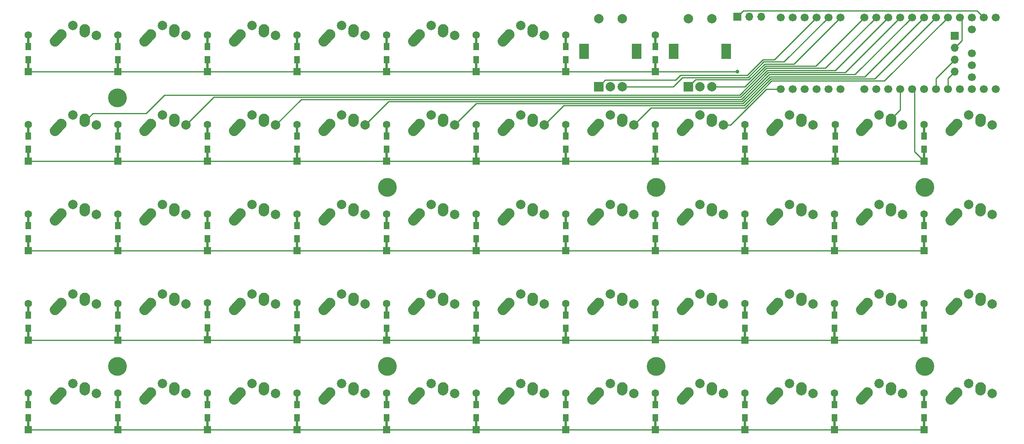
<source format=gbr>
%TF.GenerationSoftware,KiCad,Pcbnew,(5.1.6)-1*%
%TF.CreationDate,2020-06-27T17:36:21-05:00*%
%TF.ProjectId,DTM,44544d2e-6b69-4636-9164-5f7063625858,rev?*%
%TF.SameCoordinates,Original*%
%TF.FileFunction,Copper,L2,Bot*%
%TF.FilePolarity,Positive*%
%FSLAX46Y46*%
G04 Gerber Fmt 4.6, Leading zero omitted, Abs format (unit mm)*
G04 Created by KiCad (PCBNEW (5.1.6)-1) date 2020-06-27 17:36:21*
%MOMM*%
%LPD*%
G01*
G04 APERTURE LIST*
%TA.AperFunction,ComponentPad*%
%ADD10C,2.000000*%
%TD*%
%TA.AperFunction,ComponentPad*%
%ADD11C,2.250000*%
%TD*%
%TA.AperFunction,ComponentPad*%
%ADD12C,4.000000*%
%TD*%
%TA.AperFunction,ComponentPad*%
%ADD13C,1.700000*%
%TD*%
%TA.AperFunction,ComponentPad*%
%ADD14O,1.700000X1.700000*%
%TD*%
%TA.AperFunction,ComponentPad*%
%ADD15R,1.700000X1.700000*%
%TD*%
%TA.AperFunction,ComponentPad*%
%ADD16R,1.600000X1.600000*%
%TD*%
%TA.AperFunction,ComponentPad*%
%ADD17C,1.600000*%
%TD*%
%TA.AperFunction,Conductor*%
%ADD18R,0.500000X2.900000*%
%TD*%
%TA.AperFunction,SMDPad,CuDef*%
%ADD19R,1.200000X1.600000*%
%TD*%
%TA.AperFunction,ComponentPad*%
%ADD20R,2.000000X2.000000*%
%TD*%
%TA.AperFunction,WasherPad*%
%ADD21R,2.000000X3.200000*%
%TD*%
%TA.AperFunction,ViaPad*%
%ADD22C,0.800000*%
%TD*%
%TA.AperFunction,Conductor*%
%ADD23C,0.250000*%
%TD*%
G04 APERTURE END LIST*
D10*
%TO.P,K34,2*%
%TO.N,Net-(D34-Pad2)*%
X107156250Y-79825000D03*
%TO.P,K34,1*%
%TO.N,COL4*%
X112156250Y-81925000D03*
D11*
%TO.P,K34,2*%
%TO.N,Net-(D34-Pad2)*%
X104656250Y-81725000D03*
%TA.AperFunction,ComponentPad*%
G36*
G01*
X102594938Y-84022351D02*
X102594938Y-84022350D01*
G75*
G02*
X102508900Y-82433688I751312J837350D01*
G01*
X103818890Y-80973680D01*
G75*
G02*
X105407552Y-80887642I837350J-751312D01*
G01*
X105407552Y-80887642D01*
G75*
G02*
X105493590Y-82476304I-751312J-837350D01*
G01*
X104183600Y-83936312D01*
G75*
G02*
X102594938Y-84022350I-837350J751312D01*
G01*
G37*
%TD.AperFunction*%
%TO.P,K34,1*%
%TO.N,COL4*%
X109696250Y-80645000D03*
%TA.AperFunction,ComponentPad*%
G36*
G01*
X109579733Y-82347395D02*
X109579733Y-82347395D01*
G75*
G02*
X108533855Y-81148483I76517J1122395D01*
G01*
X108573397Y-80568451D01*
G75*
G02*
X109772309Y-79522573I1122395J-76517D01*
G01*
X109772309Y-79522573D01*
G75*
G02*
X110818187Y-80721485I-76517J-1122395D01*
G01*
X110778645Y-81301517D01*
G75*
G02*
X109579733Y-82347395I-1122395J76517D01*
G01*
G37*
%TD.AperFunction*%
%TD*%
D10*
%TO.P,K14,2*%
%TO.N,Net-(D14-Pad2)*%
X145256250Y-41725000D03*
%TO.P,K14,1*%
%TO.N,COL6*%
X150256250Y-43825000D03*
D11*
%TO.P,K14,2*%
%TO.N,Net-(D14-Pad2)*%
X142756250Y-43625000D03*
%TA.AperFunction,ComponentPad*%
G36*
G01*
X140694938Y-45922351D02*
X140694938Y-45922350D01*
G75*
G02*
X140608900Y-44333688I751312J837350D01*
G01*
X141918890Y-42873680D01*
G75*
G02*
X143507552Y-42787642I837350J-751312D01*
G01*
X143507552Y-42787642D01*
G75*
G02*
X143593590Y-44376304I-751312J-837350D01*
G01*
X142283600Y-45836312D01*
G75*
G02*
X140694938Y-45922350I-837350J751312D01*
G01*
G37*
%TD.AperFunction*%
%TO.P,K14,1*%
%TO.N,COL6*%
X147796250Y-42545000D03*
%TA.AperFunction,ComponentPad*%
G36*
G01*
X147679733Y-44247395D02*
X147679733Y-44247395D01*
G75*
G02*
X146633855Y-43048483I76517J1122395D01*
G01*
X146673397Y-42468451D01*
G75*
G02*
X147872309Y-41422573I1122395J-76517D01*
G01*
X147872309Y-41422573D01*
G75*
G02*
X148918187Y-42621485I-76517J-1122395D01*
G01*
X148878645Y-43201517D01*
G75*
G02*
X147679733Y-44247395I-1122395J76517D01*
G01*
G37*
%TD.AperFunction*%
%TD*%
D12*
%TO.P,H8,1*%
%TO.N,N/C*%
X173990000Y-95250000D03*
%TD*%
%TO.P,H7,1*%
%TO.N,N/C*%
X173990000Y-57150000D03*
%TD*%
%TO.P,H6,1*%
%TO.N,N/C*%
X116840000Y-95250000D03*
%TD*%
%TO.P,H5,1*%
%TO.N,N/C*%
X116840000Y-57150000D03*
%TD*%
%TO.P,H4,1*%
%TO.N,N/C*%
X231140000Y-57150000D03*
%TD*%
%TO.P,H3,1*%
%TO.N,N/C*%
X231140000Y-95250000D03*
%TD*%
%TO.P,H2,1*%
%TO.N,N/C*%
X59436000Y-38100000D03*
%TD*%
%TO.P,H1,1*%
%TO.N,N/C*%
X59436000Y-95250000D03*
%TD*%
D10*
%TO.P,K18,2*%
%TO.N,Net-(D18-Pad2)*%
X221456250Y-41725000D03*
%TO.P,K18,1*%
%TO.N,COL10*%
X226456250Y-43825000D03*
D11*
%TO.P,K18,2*%
%TO.N,Net-(D18-Pad2)*%
X218956250Y-43625000D03*
%TA.AperFunction,ComponentPad*%
G36*
G01*
X216894938Y-45922351D02*
X216894938Y-45922350D01*
G75*
G02*
X216808900Y-44333688I751312J837350D01*
G01*
X218118890Y-42873680D01*
G75*
G02*
X219707552Y-42787642I837350J-751312D01*
G01*
X219707552Y-42787642D01*
G75*
G02*
X219793590Y-44376304I-751312J-837350D01*
G01*
X218483600Y-45836312D01*
G75*
G02*
X216894938Y-45922350I-837350J751312D01*
G01*
G37*
%TD.AperFunction*%
%TO.P,K18,1*%
%TO.N,COL10*%
X223996250Y-42545000D03*
%TA.AperFunction,ComponentPad*%
G36*
G01*
X223879733Y-44247395D02*
X223879733Y-44247395D01*
G75*
G02*
X222833855Y-43048483I76517J1122395D01*
G01*
X222873397Y-42468451D01*
G75*
G02*
X224072309Y-41422573I1122395J-76517D01*
G01*
X224072309Y-41422573D01*
G75*
G02*
X225118187Y-42621485I-76517J-1122395D01*
G01*
X225078645Y-43201517D01*
G75*
G02*
X223879733Y-44247395I-1122395J76517D01*
G01*
G37*
%TD.AperFunction*%
%TD*%
D13*
%TO.P,U1,5V*%
%TO.N,N/C*%
X246231250Y-20960000D03*
%TO.P,U1,A10*%
X243691250Y-36175000D03*
%TO.P,U1,A9*%
X246231250Y-36175000D03*
%TO.P,U1,D+*%
X241151250Y-33635000D03*
%TO.P,U1,GND*%
%TO.N,GND*%
X241151250Y-36175000D03*
X238611250Y-36175000D03*
%TO.P,U1,B7*%
%TO.N,OLEDSDA*%
X236071250Y-36175000D03*
%TO.P,U1,B6*%
%TO.N,OLEDSCK*%
X233531250Y-36175000D03*
%TO.P,U1,D-*%
%TO.N,N/C*%
X241151250Y-31095000D03*
%TO.P,U1,CHRG*%
X241151250Y-28555000D03*
%TO.P,U1,B5*%
%TO.N,COL11*%
X230991250Y-36175000D03*
%TO.P,U1,B4*%
%TO.N,ROW2*%
X228451250Y-36175000D03*
%TO.P,U1,B3*%
%TO.N,COL10*%
X225911250Y-36175000D03*
%TO.P,U1,B2*%
%TO.N,ROW3*%
X223371250Y-36175000D03*
%TO.P,U1,B1*%
%TO.N,ROW4*%
X220831250Y-36175000D03*
%TO.P,U1,B0*%
%TO.N,ROW5*%
X218291250Y-36175000D03*
%TO.P,U1,A5*%
%TO.N,N/C*%
X210671250Y-36175000D03*
%TO.P,U1,A7*%
%TO.N,RGB*%
X205591250Y-36175000D03*
%TO.P,U1,A8*%
%TO.N,ROW1*%
X203051250Y-36175000D03*
%TO.P,U1,A6*%
%TO.N,COL9*%
X208131250Y-36175000D03*
%TO.P,U1,A15*%
%TO.N,COL8*%
X200511250Y-36175000D03*
%TO.P,U1,A4*%
%TO.N,N/C*%
X213211250Y-36175000D03*
%TO.P,U1,GND*%
%TO.N,GND*%
X243691250Y-20960000D03*
%TO.P,U1,DFU*%
%TO.N,N/C*%
X241151250Y-20960000D03*
%TO.P,U1,A2*%
%TO.N,COL7*%
X236071250Y-20960000D03*
%TO.P,U1,A3|5v*%
%TO.N,N/C*%
X241151250Y-23500000D03*
%TO.P,U1,3.3V*%
%TO.N,VCC*%
X238611250Y-20960000D03*
%TO.P,U1,A1*%
%TO.N,COL6*%
X233531250Y-20960000D03*
%TO.P,U1,A0*%
%TO.N,COL5*%
X230991250Y-20960000D03*
%TO.P,U1,B8*%
%TO.N,COL4*%
X228451250Y-20960000D03*
%TO.P,U1,B14*%
%TO.N,COL2*%
X223371250Y-20960000D03*
%TO.P,U1,B15*%
%TO.N,COL1*%
X220831250Y-20960000D03*
%TO.P,U1,B13*%
%TO.N,COL3*%
X225911250Y-20960000D03*
%TO.P,U1,B9*%
%TO.N,R2B*%
X218291250Y-20960000D03*
%TO.P,U1,B11*%
%TO.N,R1B*%
X210671250Y-20960000D03*
%TO.P,U1,B10*%
%TO.N,R2A*%
X213211250Y-20960000D03*
%TO.P,U1,A14*%
%TO.N,N/C*%
X205591250Y-20960000D03*
%TO.P,U1,B12*%
%TO.N,R1A*%
X208131250Y-20960000D03*
%TO.P,U1,A13*%
%TO.N,N/C*%
X203051250Y-20960000D03*
%TO.P,U1,RST*%
X200511250Y-20960000D03*
%TD*%
D14*
%TO.P,RGB1,3*%
%TO.N,VCC*%
X196342000Y-20828000D03*
%TO.P,RGB1,2*%
%TO.N,RGB*%
X193802000Y-20828000D03*
D15*
%TO.P,RGB1,1*%
%TO.N,GND*%
X191262000Y-20828000D03*
%TD*%
D10*
%TO.P,K52,2*%
%TO.N,Net-(D52-Pad2)*%
X240506250Y-98875000D03*
%TO.P,K52,1*%
%TO.N,COL11*%
X245506250Y-100975000D03*
D11*
%TO.P,K52,2*%
%TO.N,Net-(D52-Pad2)*%
X238006250Y-100775000D03*
%TA.AperFunction,ComponentPad*%
G36*
G01*
X235944938Y-103072351D02*
X235944938Y-103072350D01*
G75*
G02*
X235858900Y-101483688I751312J837350D01*
G01*
X237168890Y-100023680D01*
G75*
G02*
X238757552Y-99937642I837350J-751312D01*
G01*
X238757552Y-99937642D01*
G75*
G02*
X238843590Y-101526304I-751312J-837350D01*
G01*
X237533600Y-102986312D01*
G75*
G02*
X235944938Y-103072350I-837350J751312D01*
G01*
G37*
%TD.AperFunction*%
%TO.P,K52,1*%
%TO.N,COL11*%
X243046250Y-99695000D03*
%TA.AperFunction,ComponentPad*%
G36*
G01*
X242929733Y-101397395D02*
X242929733Y-101397395D01*
G75*
G02*
X241883855Y-100198483I76517J1122395D01*
G01*
X241923397Y-99618451D01*
G75*
G02*
X243122309Y-98572573I1122395J-76517D01*
G01*
X243122309Y-98572573D01*
G75*
G02*
X244168187Y-99771485I-76517J-1122395D01*
G01*
X244128645Y-100351517D01*
G75*
G02*
X242929733Y-101397395I-1122395J76517D01*
G01*
G37*
%TD.AperFunction*%
%TD*%
D10*
%TO.P,K51,2*%
%TO.N,Net-(D51-Pad2)*%
X221456250Y-98875000D03*
%TO.P,K51,1*%
%TO.N,COL10*%
X226456250Y-100975000D03*
D11*
%TO.P,K51,2*%
%TO.N,Net-(D51-Pad2)*%
X218956250Y-100775000D03*
%TA.AperFunction,ComponentPad*%
G36*
G01*
X216894938Y-103072351D02*
X216894938Y-103072350D01*
G75*
G02*
X216808900Y-101483688I751312J837350D01*
G01*
X218118890Y-100023680D01*
G75*
G02*
X219707552Y-99937642I837350J-751312D01*
G01*
X219707552Y-99937642D01*
G75*
G02*
X219793590Y-101526304I-751312J-837350D01*
G01*
X218483600Y-102986312D01*
G75*
G02*
X216894938Y-103072350I-837350J751312D01*
G01*
G37*
%TD.AperFunction*%
%TO.P,K51,1*%
%TO.N,COL10*%
X223996250Y-99695000D03*
%TA.AperFunction,ComponentPad*%
G36*
G01*
X223879733Y-101397395D02*
X223879733Y-101397395D01*
G75*
G02*
X222833855Y-100198483I76517J1122395D01*
G01*
X222873397Y-99618451D01*
G75*
G02*
X224072309Y-98572573I1122395J-76517D01*
G01*
X224072309Y-98572573D01*
G75*
G02*
X225118187Y-99771485I-76517J-1122395D01*
G01*
X225078645Y-100351517D01*
G75*
G02*
X223879733Y-101397395I-1122395J76517D01*
G01*
G37*
%TD.AperFunction*%
%TD*%
D10*
%TO.P,K50,2*%
%TO.N,Net-(D50-Pad2)*%
X202406250Y-98868751D03*
%TO.P,K50,1*%
%TO.N,COL9*%
X207406250Y-100968751D03*
D11*
%TO.P,K50,2*%
%TO.N,Net-(D50-Pad2)*%
X199906250Y-100768751D03*
%TA.AperFunction,ComponentPad*%
G36*
G01*
X197844938Y-103066102D02*
X197844938Y-103066101D01*
G75*
G02*
X197758900Y-101477439I751312J837350D01*
G01*
X199068890Y-100017431D01*
G75*
G02*
X200657552Y-99931393I837350J-751312D01*
G01*
X200657552Y-99931393D01*
G75*
G02*
X200743590Y-101520055I-751312J-837350D01*
G01*
X199433600Y-102980063D01*
G75*
G02*
X197844938Y-103066101I-837350J751312D01*
G01*
G37*
%TD.AperFunction*%
%TO.P,K50,1*%
%TO.N,COL9*%
X204946250Y-99688751D03*
%TA.AperFunction,ComponentPad*%
G36*
G01*
X204829733Y-101391146D02*
X204829733Y-101391146D01*
G75*
G02*
X203783855Y-100192234I76517J1122395D01*
G01*
X203823397Y-99612202D01*
G75*
G02*
X205022309Y-98566324I1122395J-76517D01*
G01*
X205022309Y-98566324D01*
G75*
G02*
X206068187Y-99765236I-76517J-1122395D01*
G01*
X206028645Y-100345268D01*
G75*
G02*
X204829733Y-101391146I-1122395J76517D01*
G01*
G37*
%TD.AperFunction*%
%TD*%
D10*
%TO.P,K49,2*%
%TO.N,Net-(D49-Pad2)*%
X183356250Y-98875000D03*
%TO.P,K49,1*%
%TO.N,COL8*%
X188356250Y-100975000D03*
D11*
%TO.P,K49,2*%
%TO.N,Net-(D49-Pad2)*%
X180856250Y-100775000D03*
%TA.AperFunction,ComponentPad*%
G36*
G01*
X178794938Y-103072351D02*
X178794938Y-103072350D01*
G75*
G02*
X178708900Y-101483688I751312J837350D01*
G01*
X180018890Y-100023680D01*
G75*
G02*
X181607552Y-99937642I837350J-751312D01*
G01*
X181607552Y-99937642D01*
G75*
G02*
X181693590Y-101526304I-751312J-837350D01*
G01*
X180383600Y-102986312D01*
G75*
G02*
X178794938Y-103072350I-837350J751312D01*
G01*
G37*
%TD.AperFunction*%
%TO.P,K49,1*%
%TO.N,COL8*%
X185896250Y-99695000D03*
%TA.AperFunction,ComponentPad*%
G36*
G01*
X185779733Y-101397395D02*
X185779733Y-101397395D01*
G75*
G02*
X184733855Y-100198483I76517J1122395D01*
G01*
X184773397Y-99618451D01*
G75*
G02*
X185972309Y-98572573I1122395J-76517D01*
G01*
X185972309Y-98572573D01*
G75*
G02*
X187018187Y-99771485I-76517J-1122395D01*
G01*
X186978645Y-100351517D01*
G75*
G02*
X185779733Y-101397395I-1122395J76517D01*
G01*
G37*
%TD.AperFunction*%
%TD*%
D10*
%TO.P,K48,2*%
%TO.N,Net-(D48-Pad2)*%
X164306250Y-98875000D03*
%TO.P,K48,1*%
%TO.N,COL7*%
X169306250Y-100975000D03*
D11*
%TO.P,K48,2*%
%TO.N,Net-(D48-Pad2)*%
X161806250Y-100775000D03*
%TA.AperFunction,ComponentPad*%
G36*
G01*
X159744938Y-103072351D02*
X159744938Y-103072350D01*
G75*
G02*
X159658900Y-101483688I751312J837350D01*
G01*
X160968890Y-100023680D01*
G75*
G02*
X162557552Y-99937642I837350J-751312D01*
G01*
X162557552Y-99937642D01*
G75*
G02*
X162643590Y-101526304I-751312J-837350D01*
G01*
X161333600Y-102986312D01*
G75*
G02*
X159744938Y-103072350I-837350J751312D01*
G01*
G37*
%TD.AperFunction*%
%TO.P,K48,1*%
%TO.N,COL7*%
X166846250Y-99695000D03*
%TA.AperFunction,ComponentPad*%
G36*
G01*
X166729733Y-101397395D02*
X166729733Y-101397395D01*
G75*
G02*
X165683855Y-100198483I76517J1122395D01*
G01*
X165723397Y-99618451D01*
G75*
G02*
X166922309Y-98572573I1122395J-76517D01*
G01*
X166922309Y-98572573D01*
G75*
G02*
X167968187Y-99771485I-76517J-1122395D01*
G01*
X167928645Y-100351517D01*
G75*
G02*
X166729733Y-101397395I-1122395J76517D01*
G01*
G37*
%TD.AperFunction*%
%TD*%
D10*
%TO.P,K47,2*%
%TO.N,Net-(D47-Pad2)*%
X145256250Y-98875000D03*
%TO.P,K47,1*%
%TO.N,COL6*%
X150256250Y-100975000D03*
D11*
%TO.P,K47,2*%
%TO.N,Net-(D47-Pad2)*%
X142756250Y-100775000D03*
%TA.AperFunction,ComponentPad*%
G36*
G01*
X140694938Y-103072351D02*
X140694938Y-103072350D01*
G75*
G02*
X140608900Y-101483688I751312J837350D01*
G01*
X141918890Y-100023680D01*
G75*
G02*
X143507552Y-99937642I837350J-751312D01*
G01*
X143507552Y-99937642D01*
G75*
G02*
X143593590Y-101526304I-751312J-837350D01*
G01*
X142283600Y-102986312D01*
G75*
G02*
X140694938Y-103072350I-837350J751312D01*
G01*
G37*
%TD.AperFunction*%
%TO.P,K47,1*%
%TO.N,COL6*%
X147796250Y-99695000D03*
%TA.AperFunction,ComponentPad*%
G36*
G01*
X147679733Y-101397395D02*
X147679733Y-101397395D01*
G75*
G02*
X146633855Y-100198483I76517J1122395D01*
G01*
X146673397Y-99618451D01*
G75*
G02*
X147872309Y-98572573I1122395J-76517D01*
G01*
X147872309Y-98572573D01*
G75*
G02*
X148918187Y-99771485I-76517J-1122395D01*
G01*
X148878645Y-100351517D01*
G75*
G02*
X147679733Y-101397395I-1122395J76517D01*
G01*
G37*
%TD.AperFunction*%
%TD*%
D10*
%TO.P,K46,2*%
%TO.N,Net-(D46-Pad2)*%
X126206250Y-98875000D03*
%TO.P,K46,1*%
%TO.N,COL5*%
X131206250Y-100975000D03*
D11*
%TO.P,K46,2*%
%TO.N,Net-(D46-Pad2)*%
X123706250Y-100775000D03*
%TA.AperFunction,ComponentPad*%
G36*
G01*
X121644938Y-103072351D02*
X121644938Y-103072350D01*
G75*
G02*
X121558900Y-101483688I751312J837350D01*
G01*
X122868890Y-100023680D01*
G75*
G02*
X124457552Y-99937642I837350J-751312D01*
G01*
X124457552Y-99937642D01*
G75*
G02*
X124543590Y-101526304I-751312J-837350D01*
G01*
X123233600Y-102986312D01*
G75*
G02*
X121644938Y-103072350I-837350J751312D01*
G01*
G37*
%TD.AperFunction*%
%TO.P,K46,1*%
%TO.N,COL5*%
X128746250Y-99695000D03*
%TA.AperFunction,ComponentPad*%
G36*
G01*
X128629733Y-101397395D02*
X128629733Y-101397395D01*
G75*
G02*
X127583855Y-100198483I76517J1122395D01*
G01*
X127623397Y-99618451D01*
G75*
G02*
X128822309Y-98572573I1122395J-76517D01*
G01*
X128822309Y-98572573D01*
G75*
G02*
X129868187Y-99771485I-76517J-1122395D01*
G01*
X129828645Y-100351517D01*
G75*
G02*
X128629733Y-101397395I-1122395J76517D01*
G01*
G37*
%TD.AperFunction*%
%TD*%
D10*
%TO.P,K45,2*%
%TO.N,Net-(D45-Pad2)*%
X107156250Y-98875000D03*
%TO.P,K45,1*%
%TO.N,COL4*%
X112156250Y-100975000D03*
D11*
%TO.P,K45,2*%
%TO.N,Net-(D45-Pad2)*%
X104656250Y-100775000D03*
%TA.AperFunction,ComponentPad*%
G36*
G01*
X102594938Y-103072351D02*
X102594938Y-103072350D01*
G75*
G02*
X102508900Y-101483688I751312J837350D01*
G01*
X103818890Y-100023680D01*
G75*
G02*
X105407552Y-99937642I837350J-751312D01*
G01*
X105407552Y-99937642D01*
G75*
G02*
X105493590Y-101526304I-751312J-837350D01*
G01*
X104183600Y-102986312D01*
G75*
G02*
X102594938Y-103072350I-837350J751312D01*
G01*
G37*
%TD.AperFunction*%
%TO.P,K45,1*%
%TO.N,COL4*%
X109696250Y-99695000D03*
%TA.AperFunction,ComponentPad*%
G36*
G01*
X109579733Y-101397395D02*
X109579733Y-101397395D01*
G75*
G02*
X108533855Y-100198483I76517J1122395D01*
G01*
X108573397Y-99618451D01*
G75*
G02*
X109772309Y-98572573I1122395J-76517D01*
G01*
X109772309Y-98572573D01*
G75*
G02*
X110818187Y-99771485I-76517J-1122395D01*
G01*
X110778645Y-100351517D01*
G75*
G02*
X109579733Y-101397395I-1122395J76517D01*
G01*
G37*
%TD.AperFunction*%
%TD*%
D10*
%TO.P,K44,2*%
%TO.N,Net-(D44-Pad2)*%
X88106250Y-98875000D03*
%TO.P,K44,1*%
%TO.N,COL3*%
X93106250Y-100975000D03*
D11*
%TO.P,K44,2*%
%TO.N,Net-(D44-Pad2)*%
X85606250Y-100775000D03*
%TA.AperFunction,ComponentPad*%
G36*
G01*
X83544938Y-103072351D02*
X83544938Y-103072350D01*
G75*
G02*
X83458900Y-101483688I751312J837350D01*
G01*
X84768890Y-100023680D01*
G75*
G02*
X86357552Y-99937642I837350J-751312D01*
G01*
X86357552Y-99937642D01*
G75*
G02*
X86443590Y-101526304I-751312J-837350D01*
G01*
X85133600Y-102986312D01*
G75*
G02*
X83544938Y-103072350I-837350J751312D01*
G01*
G37*
%TD.AperFunction*%
%TO.P,K44,1*%
%TO.N,COL3*%
X90646250Y-99695000D03*
%TA.AperFunction,ComponentPad*%
G36*
G01*
X90529733Y-101397395D02*
X90529733Y-101397395D01*
G75*
G02*
X89483855Y-100198483I76517J1122395D01*
G01*
X89523397Y-99618451D01*
G75*
G02*
X90722309Y-98572573I1122395J-76517D01*
G01*
X90722309Y-98572573D01*
G75*
G02*
X91768187Y-99771485I-76517J-1122395D01*
G01*
X91728645Y-100351517D01*
G75*
G02*
X90529733Y-101397395I-1122395J76517D01*
G01*
G37*
%TD.AperFunction*%
%TD*%
D10*
%TO.P,K43,2*%
%TO.N,Net-(D43-Pad2)*%
X69056250Y-98875000D03*
%TO.P,K43,1*%
%TO.N,COL2*%
X74056250Y-100975000D03*
D11*
%TO.P,K43,2*%
%TO.N,Net-(D43-Pad2)*%
X66556250Y-100775000D03*
%TA.AperFunction,ComponentPad*%
G36*
G01*
X64494938Y-103072351D02*
X64494938Y-103072350D01*
G75*
G02*
X64408900Y-101483688I751312J837350D01*
G01*
X65718890Y-100023680D01*
G75*
G02*
X67307552Y-99937642I837350J-751312D01*
G01*
X67307552Y-99937642D01*
G75*
G02*
X67393590Y-101526304I-751312J-837350D01*
G01*
X66083600Y-102986312D01*
G75*
G02*
X64494938Y-103072350I-837350J751312D01*
G01*
G37*
%TD.AperFunction*%
%TO.P,K43,1*%
%TO.N,COL2*%
X71596250Y-99695000D03*
%TA.AperFunction,ComponentPad*%
G36*
G01*
X71479733Y-101397395D02*
X71479733Y-101397395D01*
G75*
G02*
X70433855Y-100198483I76517J1122395D01*
G01*
X70473397Y-99618451D01*
G75*
G02*
X71672309Y-98572573I1122395J-76517D01*
G01*
X71672309Y-98572573D01*
G75*
G02*
X72718187Y-99771485I-76517J-1122395D01*
G01*
X72678645Y-100351517D01*
G75*
G02*
X71479733Y-101397395I-1122395J76517D01*
G01*
G37*
%TD.AperFunction*%
%TD*%
D10*
%TO.P,K42,2*%
%TO.N,Net-(D42-Pad2)*%
X50006250Y-98875000D03*
%TO.P,K42,1*%
%TO.N,COL1*%
X55006250Y-100975000D03*
D11*
%TO.P,K42,2*%
%TO.N,Net-(D42-Pad2)*%
X47506250Y-100775000D03*
%TA.AperFunction,ComponentPad*%
G36*
G01*
X45444938Y-103072351D02*
X45444938Y-103072350D01*
G75*
G02*
X45358900Y-101483688I751312J837350D01*
G01*
X46668890Y-100023680D01*
G75*
G02*
X48257552Y-99937642I837350J-751312D01*
G01*
X48257552Y-99937642D01*
G75*
G02*
X48343590Y-101526304I-751312J-837350D01*
G01*
X47033600Y-102986312D01*
G75*
G02*
X45444938Y-103072350I-837350J751312D01*
G01*
G37*
%TD.AperFunction*%
%TO.P,K42,1*%
%TO.N,COL1*%
X52546250Y-99695000D03*
%TA.AperFunction,ComponentPad*%
G36*
G01*
X52429733Y-101397395D02*
X52429733Y-101397395D01*
G75*
G02*
X51383855Y-100198483I76517J1122395D01*
G01*
X51423397Y-99618451D01*
G75*
G02*
X52622309Y-98572573I1122395J-76517D01*
G01*
X52622309Y-98572573D01*
G75*
G02*
X53668187Y-99771485I-76517J-1122395D01*
G01*
X53628645Y-100351517D01*
G75*
G02*
X52429733Y-101397395I-1122395J76517D01*
G01*
G37*
%TD.AperFunction*%
%TD*%
D10*
%TO.P,K41,2*%
%TO.N,Net-(D41-Pad2)*%
X240506250Y-79825000D03*
%TO.P,K41,1*%
%TO.N,COL11*%
X245506250Y-81925000D03*
D11*
%TO.P,K41,2*%
%TO.N,Net-(D41-Pad2)*%
X238006250Y-81725000D03*
%TA.AperFunction,ComponentPad*%
G36*
G01*
X235944938Y-84022351D02*
X235944938Y-84022350D01*
G75*
G02*
X235858900Y-82433688I751312J837350D01*
G01*
X237168890Y-80973680D01*
G75*
G02*
X238757552Y-80887642I837350J-751312D01*
G01*
X238757552Y-80887642D01*
G75*
G02*
X238843590Y-82476304I-751312J-837350D01*
G01*
X237533600Y-83936312D01*
G75*
G02*
X235944938Y-84022350I-837350J751312D01*
G01*
G37*
%TD.AperFunction*%
%TO.P,K41,1*%
%TO.N,COL11*%
X243046250Y-80645000D03*
%TA.AperFunction,ComponentPad*%
G36*
G01*
X242929733Y-82347395D02*
X242929733Y-82347395D01*
G75*
G02*
X241883855Y-81148483I76517J1122395D01*
G01*
X241923397Y-80568451D01*
G75*
G02*
X243122309Y-79522573I1122395J-76517D01*
G01*
X243122309Y-79522573D01*
G75*
G02*
X244168187Y-80721485I-76517J-1122395D01*
G01*
X244128645Y-81301517D01*
G75*
G02*
X242929733Y-82347395I-1122395J76517D01*
G01*
G37*
%TD.AperFunction*%
%TD*%
D10*
%TO.P,K40,2*%
%TO.N,Net-(D40-Pad2)*%
X221456250Y-79825000D03*
%TO.P,K40,1*%
%TO.N,COL10*%
X226456250Y-81925000D03*
D11*
%TO.P,K40,2*%
%TO.N,Net-(D40-Pad2)*%
X218956250Y-81725000D03*
%TA.AperFunction,ComponentPad*%
G36*
G01*
X216894938Y-84022351D02*
X216894938Y-84022350D01*
G75*
G02*
X216808900Y-82433688I751312J837350D01*
G01*
X218118890Y-80973680D01*
G75*
G02*
X219707552Y-80887642I837350J-751312D01*
G01*
X219707552Y-80887642D01*
G75*
G02*
X219793590Y-82476304I-751312J-837350D01*
G01*
X218483600Y-83936312D01*
G75*
G02*
X216894938Y-84022350I-837350J751312D01*
G01*
G37*
%TD.AperFunction*%
%TO.P,K40,1*%
%TO.N,COL10*%
X223996250Y-80645000D03*
%TA.AperFunction,ComponentPad*%
G36*
G01*
X223879733Y-82347395D02*
X223879733Y-82347395D01*
G75*
G02*
X222833855Y-81148483I76517J1122395D01*
G01*
X222873397Y-80568451D01*
G75*
G02*
X224072309Y-79522573I1122395J-76517D01*
G01*
X224072309Y-79522573D01*
G75*
G02*
X225118187Y-80721485I-76517J-1122395D01*
G01*
X225078645Y-81301517D01*
G75*
G02*
X223879733Y-82347395I-1122395J76517D01*
G01*
G37*
%TD.AperFunction*%
%TD*%
D10*
%TO.P,K39,2*%
%TO.N,Net-(D39-Pad2)*%
X202406250Y-79825000D03*
%TO.P,K39,1*%
%TO.N,COL9*%
X207406250Y-81925000D03*
D11*
%TO.P,K39,2*%
%TO.N,Net-(D39-Pad2)*%
X199906250Y-81725000D03*
%TA.AperFunction,ComponentPad*%
G36*
G01*
X197844938Y-84022351D02*
X197844938Y-84022350D01*
G75*
G02*
X197758900Y-82433688I751312J837350D01*
G01*
X199068890Y-80973680D01*
G75*
G02*
X200657552Y-80887642I837350J-751312D01*
G01*
X200657552Y-80887642D01*
G75*
G02*
X200743590Y-82476304I-751312J-837350D01*
G01*
X199433600Y-83936312D01*
G75*
G02*
X197844938Y-84022350I-837350J751312D01*
G01*
G37*
%TD.AperFunction*%
%TO.P,K39,1*%
%TO.N,COL9*%
X204946250Y-80645000D03*
%TA.AperFunction,ComponentPad*%
G36*
G01*
X204829733Y-82347395D02*
X204829733Y-82347395D01*
G75*
G02*
X203783855Y-81148483I76517J1122395D01*
G01*
X203823397Y-80568451D01*
G75*
G02*
X205022309Y-79522573I1122395J-76517D01*
G01*
X205022309Y-79522573D01*
G75*
G02*
X206068187Y-80721485I-76517J-1122395D01*
G01*
X206028645Y-81301517D01*
G75*
G02*
X204829733Y-82347395I-1122395J76517D01*
G01*
G37*
%TD.AperFunction*%
%TD*%
D10*
%TO.P,K38,2*%
%TO.N,Net-(D38-Pad2)*%
X183356250Y-79825000D03*
%TO.P,K38,1*%
%TO.N,COL8*%
X188356250Y-81925000D03*
D11*
%TO.P,K38,2*%
%TO.N,Net-(D38-Pad2)*%
X180856250Y-81725000D03*
%TA.AperFunction,ComponentPad*%
G36*
G01*
X178794938Y-84022351D02*
X178794938Y-84022350D01*
G75*
G02*
X178708900Y-82433688I751312J837350D01*
G01*
X180018890Y-80973680D01*
G75*
G02*
X181607552Y-80887642I837350J-751312D01*
G01*
X181607552Y-80887642D01*
G75*
G02*
X181693590Y-82476304I-751312J-837350D01*
G01*
X180383600Y-83936312D01*
G75*
G02*
X178794938Y-84022350I-837350J751312D01*
G01*
G37*
%TD.AperFunction*%
%TO.P,K38,1*%
%TO.N,COL8*%
X185896250Y-80645000D03*
%TA.AperFunction,ComponentPad*%
G36*
G01*
X185779733Y-82347395D02*
X185779733Y-82347395D01*
G75*
G02*
X184733855Y-81148483I76517J1122395D01*
G01*
X184773397Y-80568451D01*
G75*
G02*
X185972309Y-79522573I1122395J-76517D01*
G01*
X185972309Y-79522573D01*
G75*
G02*
X187018187Y-80721485I-76517J-1122395D01*
G01*
X186978645Y-81301517D01*
G75*
G02*
X185779733Y-82347395I-1122395J76517D01*
G01*
G37*
%TD.AperFunction*%
%TD*%
D10*
%TO.P,K37,2*%
%TO.N,Net-(D37-Pad2)*%
X164306250Y-79825000D03*
%TO.P,K37,1*%
%TO.N,COL7*%
X169306250Y-81925000D03*
D11*
%TO.P,K37,2*%
%TO.N,Net-(D37-Pad2)*%
X161806250Y-81725000D03*
%TA.AperFunction,ComponentPad*%
G36*
G01*
X159744938Y-84022351D02*
X159744938Y-84022350D01*
G75*
G02*
X159658900Y-82433688I751312J837350D01*
G01*
X160968890Y-80973680D01*
G75*
G02*
X162557552Y-80887642I837350J-751312D01*
G01*
X162557552Y-80887642D01*
G75*
G02*
X162643590Y-82476304I-751312J-837350D01*
G01*
X161333600Y-83936312D01*
G75*
G02*
X159744938Y-84022350I-837350J751312D01*
G01*
G37*
%TD.AperFunction*%
%TO.P,K37,1*%
%TO.N,COL7*%
X166846250Y-80645000D03*
%TA.AperFunction,ComponentPad*%
G36*
G01*
X166729733Y-82347395D02*
X166729733Y-82347395D01*
G75*
G02*
X165683855Y-81148483I76517J1122395D01*
G01*
X165723397Y-80568451D01*
G75*
G02*
X166922309Y-79522573I1122395J-76517D01*
G01*
X166922309Y-79522573D01*
G75*
G02*
X167968187Y-80721485I-76517J-1122395D01*
G01*
X167928645Y-81301517D01*
G75*
G02*
X166729733Y-82347395I-1122395J76517D01*
G01*
G37*
%TD.AperFunction*%
%TD*%
D10*
%TO.P,K36,2*%
%TO.N,Net-(D36-Pad2)*%
X145256250Y-79825000D03*
%TO.P,K36,1*%
%TO.N,COL6*%
X150256250Y-81925000D03*
D11*
%TO.P,K36,2*%
%TO.N,Net-(D36-Pad2)*%
X142756250Y-81725000D03*
%TA.AperFunction,ComponentPad*%
G36*
G01*
X140694938Y-84022351D02*
X140694938Y-84022350D01*
G75*
G02*
X140608900Y-82433688I751312J837350D01*
G01*
X141918890Y-80973680D01*
G75*
G02*
X143507552Y-80887642I837350J-751312D01*
G01*
X143507552Y-80887642D01*
G75*
G02*
X143593590Y-82476304I-751312J-837350D01*
G01*
X142283600Y-83936312D01*
G75*
G02*
X140694938Y-84022350I-837350J751312D01*
G01*
G37*
%TD.AperFunction*%
%TO.P,K36,1*%
%TO.N,COL6*%
X147796250Y-80645000D03*
%TA.AperFunction,ComponentPad*%
G36*
G01*
X147679733Y-82347395D02*
X147679733Y-82347395D01*
G75*
G02*
X146633855Y-81148483I76517J1122395D01*
G01*
X146673397Y-80568451D01*
G75*
G02*
X147872309Y-79522573I1122395J-76517D01*
G01*
X147872309Y-79522573D01*
G75*
G02*
X148918187Y-80721485I-76517J-1122395D01*
G01*
X148878645Y-81301517D01*
G75*
G02*
X147679733Y-82347395I-1122395J76517D01*
G01*
G37*
%TD.AperFunction*%
%TD*%
D10*
%TO.P,K35,2*%
%TO.N,Net-(D35-Pad2)*%
X126206250Y-79825000D03*
%TO.P,K35,1*%
%TO.N,COL5*%
X131206250Y-81925000D03*
D11*
%TO.P,K35,2*%
%TO.N,Net-(D35-Pad2)*%
X123706250Y-81725000D03*
%TA.AperFunction,ComponentPad*%
G36*
G01*
X121644938Y-84022351D02*
X121644938Y-84022350D01*
G75*
G02*
X121558900Y-82433688I751312J837350D01*
G01*
X122868890Y-80973680D01*
G75*
G02*
X124457552Y-80887642I837350J-751312D01*
G01*
X124457552Y-80887642D01*
G75*
G02*
X124543590Y-82476304I-751312J-837350D01*
G01*
X123233600Y-83936312D01*
G75*
G02*
X121644938Y-84022350I-837350J751312D01*
G01*
G37*
%TD.AperFunction*%
%TO.P,K35,1*%
%TO.N,COL5*%
X128746250Y-80645000D03*
%TA.AperFunction,ComponentPad*%
G36*
G01*
X128629733Y-82347395D02*
X128629733Y-82347395D01*
G75*
G02*
X127583855Y-81148483I76517J1122395D01*
G01*
X127623397Y-80568451D01*
G75*
G02*
X128822309Y-79522573I1122395J-76517D01*
G01*
X128822309Y-79522573D01*
G75*
G02*
X129868187Y-80721485I-76517J-1122395D01*
G01*
X129828645Y-81301517D01*
G75*
G02*
X128629733Y-82347395I-1122395J76517D01*
G01*
G37*
%TD.AperFunction*%
%TD*%
D10*
%TO.P,K33,2*%
%TO.N,Net-(D33-Pad2)*%
X88106250Y-79825000D03*
%TO.P,K33,1*%
%TO.N,COL3*%
X93106250Y-81925000D03*
D11*
%TO.P,K33,2*%
%TO.N,Net-(D33-Pad2)*%
X85606250Y-81725000D03*
%TA.AperFunction,ComponentPad*%
G36*
G01*
X83544938Y-84022351D02*
X83544938Y-84022350D01*
G75*
G02*
X83458900Y-82433688I751312J837350D01*
G01*
X84768890Y-80973680D01*
G75*
G02*
X86357552Y-80887642I837350J-751312D01*
G01*
X86357552Y-80887642D01*
G75*
G02*
X86443590Y-82476304I-751312J-837350D01*
G01*
X85133600Y-83936312D01*
G75*
G02*
X83544938Y-84022350I-837350J751312D01*
G01*
G37*
%TD.AperFunction*%
%TO.P,K33,1*%
%TO.N,COL3*%
X90646250Y-80645000D03*
%TA.AperFunction,ComponentPad*%
G36*
G01*
X90529733Y-82347395D02*
X90529733Y-82347395D01*
G75*
G02*
X89483855Y-81148483I76517J1122395D01*
G01*
X89523397Y-80568451D01*
G75*
G02*
X90722309Y-79522573I1122395J-76517D01*
G01*
X90722309Y-79522573D01*
G75*
G02*
X91768187Y-80721485I-76517J-1122395D01*
G01*
X91728645Y-81301517D01*
G75*
G02*
X90529733Y-82347395I-1122395J76517D01*
G01*
G37*
%TD.AperFunction*%
%TD*%
D10*
%TO.P,K32,2*%
%TO.N,Net-(D32-Pad2)*%
X69056250Y-79825000D03*
%TO.P,K32,1*%
%TO.N,COL2*%
X74056250Y-81925000D03*
D11*
%TO.P,K32,2*%
%TO.N,Net-(D32-Pad2)*%
X66556250Y-81725000D03*
%TA.AperFunction,ComponentPad*%
G36*
G01*
X64494938Y-84022351D02*
X64494938Y-84022350D01*
G75*
G02*
X64408900Y-82433688I751312J837350D01*
G01*
X65718890Y-80973680D01*
G75*
G02*
X67307552Y-80887642I837350J-751312D01*
G01*
X67307552Y-80887642D01*
G75*
G02*
X67393590Y-82476304I-751312J-837350D01*
G01*
X66083600Y-83936312D01*
G75*
G02*
X64494938Y-84022350I-837350J751312D01*
G01*
G37*
%TD.AperFunction*%
%TO.P,K32,1*%
%TO.N,COL2*%
X71596250Y-80645000D03*
%TA.AperFunction,ComponentPad*%
G36*
G01*
X71479733Y-82347395D02*
X71479733Y-82347395D01*
G75*
G02*
X70433855Y-81148483I76517J1122395D01*
G01*
X70473397Y-80568451D01*
G75*
G02*
X71672309Y-79522573I1122395J-76517D01*
G01*
X71672309Y-79522573D01*
G75*
G02*
X72718187Y-80721485I-76517J-1122395D01*
G01*
X72678645Y-81301517D01*
G75*
G02*
X71479733Y-82347395I-1122395J76517D01*
G01*
G37*
%TD.AperFunction*%
%TD*%
D10*
%TO.P,K31,2*%
%TO.N,Net-(D31-Pad2)*%
X50006250Y-79825000D03*
%TO.P,K31,1*%
%TO.N,COL1*%
X55006250Y-81925000D03*
D11*
%TO.P,K31,2*%
%TO.N,Net-(D31-Pad2)*%
X47506250Y-81725000D03*
%TA.AperFunction,ComponentPad*%
G36*
G01*
X45444938Y-84022351D02*
X45444938Y-84022350D01*
G75*
G02*
X45358900Y-82433688I751312J837350D01*
G01*
X46668890Y-80973680D01*
G75*
G02*
X48257552Y-80887642I837350J-751312D01*
G01*
X48257552Y-80887642D01*
G75*
G02*
X48343590Y-82476304I-751312J-837350D01*
G01*
X47033600Y-83936312D01*
G75*
G02*
X45444938Y-84022350I-837350J751312D01*
G01*
G37*
%TD.AperFunction*%
%TO.P,K31,1*%
%TO.N,COL1*%
X52546250Y-80645000D03*
%TA.AperFunction,ComponentPad*%
G36*
G01*
X52429733Y-82347395D02*
X52429733Y-82347395D01*
G75*
G02*
X51383855Y-81148483I76517J1122395D01*
G01*
X51423397Y-80568451D01*
G75*
G02*
X52622309Y-79522573I1122395J-76517D01*
G01*
X52622309Y-79522573D01*
G75*
G02*
X53668187Y-80721485I-76517J-1122395D01*
G01*
X53628645Y-81301517D01*
G75*
G02*
X52429733Y-82347395I-1122395J76517D01*
G01*
G37*
%TD.AperFunction*%
%TD*%
D10*
%TO.P,K30,2*%
%TO.N,Net-(D30-Pad2)*%
X240506250Y-60775000D03*
%TO.P,K30,1*%
%TO.N,COL11*%
X245506250Y-62875000D03*
D11*
%TO.P,K30,2*%
%TO.N,Net-(D30-Pad2)*%
X238006250Y-62675000D03*
%TA.AperFunction,ComponentPad*%
G36*
G01*
X235944938Y-64972351D02*
X235944938Y-64972350D01*
G75*
G02*
X235858900Y-63383688I751312J837350D01*
G01*
X237168890Y-61923680D01*
G75*
G02*
X238757552Y-61837642I837350J-751312D01*
G01*
X238757552Y-61837642D01*
G75*
G02*
X238843590Y-63426304I-751312J-837350D01*
G01*
X237533600Y-64886312D01*
G75*
G02*
X235944938Y-64972350I-837350J751312D01*
G01*
G37*
%TD.AperFunction*%
%TO.P,K30,1*%
%TO.N,COL11*%
X243046250Y-61595000D03*
%TA.AperFunction,ComponentPad*%
G36*
G01*
X242929733Y-63297395D02*
X242929733Y-63297395D01*
G75*
G02*
X241883855Y-62098483I76517J1122395D01*
G01*
X241923397Y-61518451D01*
G75*
G02*
X243122309Y-60472573I1122395J-76517D01*
G01*
X243122309Y-60472573D01*
G75*
G02*
X244168187Y-61671485I-76517J-1122395D01*
G01*
X244128645Y-62251517D01*
G75*
G02*
X242929733Y-63297395I-1122395J76517D01*
G01*
G37*
%TD.AperFunction*%
%TD*%
D10*
%TO.P,K29,2*%
%TO.N,Net-(D29-Pad2)*%
X221456250Y-60775000D03*
%TO.P,K29,1*%
%TO.N,COL10*%
X226456250Y-62875000D03*
D11*
%TO.P,K29,2*%
%TO.N,Net-(D29-Pad2)*%
X218956250Y-62675000D03*
%TA.AperFunction,ComponentPad*%
G36*
G01*
X216894938Y-64972351D02*
X216894938Y-64972350D01*
G75*
G02*
X216808900Y-63383688I751312J837350D01*
G01*
X218118890Y-61923680D01*
G75*
G02*
X219707552Y-61837642I837350J-751312D01*
G01*
X219707552Y-61837642D01*
G75*
G02*
X219793590Y-63426304I-751312J-837350D01*
G01*
X218483600Y-64886312D01*
G75*
G02*
X216894938Y-64972350I-837350J751312D01*
G01*
G37*
%TD.AperFunction*%
%TO.P,K29,1*%
%TO.N,COL10*%
X223996250Y-61595000D03*
%TA.AperFunction,ComponentPad*%
G36*
G01*
X223879733Y-63297395D02*
X223879733Y-63297395D01*
G75*
G02*
X222833855Y-62098483I76517J1122395D01*
G01*
X222873397Y-61518451D01*
G75*
G02*
X224072309Y-60472573I1122395J-76517D01*
G01*
X224072309Y-60472573D01*
G75*
G02*
X225118187Y-61671485I-76517J-1122395D01*
G01*
X225078645Y-62251517D01*
G75*
G02*
X223879733Y-63297395I-1122395J76517D01*
G01*
G37*
%TD.AperFunction*%
%TD*%
D10*
%TO.P,K28,2*%
%TO.N,Net-(D28-Pad2)*%
X202406250Y-60775000D03*
%TO.P,K28,1*%
%TO.N,COL9*%
X207406250Y-62875000D03*
D11*
%TO.P,K28,2*%
%TO.N,Net-(D28-Pad2)*%
X199906250Y-62675000D03*
%TA.AperFunction,ComponentPad*%
G36*
G01*
X197844938Y-64972351D02*
X197844938Y-64972350D01*
G75*
G02*
X197758900Y-63383688I751312J837350D01*
G01*
X199068890Y-61923680D01*
G75*
G02*
X200657552Y-61837642I837350J-751312D01*
G01*
X200657552Y-61837642D01*
G75*
G02*
X200743590Y-63426304I-751312J-837350D01*
G01*
X199433600Y-64886312D01*
G75*
G02*
X197844938Y-64972350I-837350J751312D01*
G01*
G37*
%TD.AperFunction*%
%TO.P,K28,1*%
%TO.N,COL9*%
X204946250Y-61595000D03*
%TA.AperFunction,ComponentPad*%
G36*
G01*
X204829733Y-63297395D02*
X204829733Y-63297395D01*
G75*
G02*
X203783855Y-62098483I76517J1122395D01*
G01*
X203823397Y-61518451D01*
G75*
G02*
X205022309Y-60472573I1122395J-76517D01*
G01*
X205022309Y-60472573D01*
G75*
G02*
X206068187Y-61671485I-76517J-1122395D01*
G01*
X206028645Y-62251517D01*
G75*
G02*
X204829733Y-63297395I-1122395J76517D01*
G01*
G37*
%TD.AperFunction*%
%TD*%
D10*
%TO.P,K27,2*%
%TO.N,Net-(D27-Pad2)*%
X183356250Y-60775000D03*
%TO.P,K27,1*%
%TO.N,COL8*%
X188356250Y-62875000D03*
D11*
%TO.P,K27,2*%
%TO.N,Net-(D27-Pad2)*%
X180856250Y-62675000D03*
%TA.AperFunction,ComponentPad*%
G36*
G01*
X178794938Y-64972351D02*
X178794938Y-64972350D01*
G75*
G02*
X178708900Y-63383688I751312J837350D01*
G01*
X180018890Y-61923680D01*
G75*
G02*
X181607552Y-61837642I837350J-751312D01*
G01*
X181607552Y-61837642D01*
G75*
G02*
X181693590Y-63426304I-751312J-837350D01*
G01*
X180383600Y-64886312D01*
G75*
G02*
X178794938Y-64972350I-837350J751312D01*
G01*
G37*
%TD.AperFunction*%
%TO.P,K27,1*%
%TO.N,COL8*%
X185896250Y-61595000D03*
%TA.AperFunction,ComponentPad*%
G36*
G01*
X185779733Y-63297395D02*
X185779733Y-63297395D01*
G75*
G02*
X184733855Y-62098483I76517J1122395D01*
G01*
X184773397Y-61518451D01*
G75*
G02*
X185972309Y-60472573I1122395J-76517D01*
G01*
X185972309Y-60472573D01*
G75*
G02*
X187018187Y-61671485I-76517J-1122395D01*
G01*
X186978645Y-62251517D01*
G75*
G02*
X185779733Y-63297395I-1122395J76517D01*
G01*
G37*
%TD.AperFunction*%
%TD*%
D10*
%TO.P,K26,2*%
%TO.N,Net-(D26-Pad2)*%
X164306250Y-60775000D03*
%TO.P,K26,1*%
%TO.N,COL7*%
X169306250Y-62875000D03*
D11*
%TO.P,K26,2*%
%TO.N,Net-(D26-Pad2)*%
X161806250Y-62675000D03*
%TA.AperFunction,ComponentPad*%
G36*
G01*
X159744938Y-64972351D02*
X159744938Y-64972350D01*
G75*
G02*
X159658900Y-63383688I751312J837350D01*
G01*
X160968890Y-61923680D01*
G75*
G02*
X162557552Y-61837642I837350J-751312D01*
G01*
X162557552Y-61837642D01*
G75*
G02*
X162643590Y-63426304I-751312J-837350D01*
G01*
X161333600Y-64886312D01*
G75*
G02*
X159744938Y-64972350I-837350J751312D01*
G01*
G37*
%TD.AperFunction*%
%TO.P,K26,1*%
%TO.N,COL7*%
X166846250Y-61595000D03*
%TA.AperFunction,ComponentPad*%
G36*
G01*
X166729733Y-63297395D02*
X166729733Y-63297395D01*
G75*
G02*
X165683855Y-62098483I76517J1122395D01*
G01*
X165723397Y-61518451D01*
G75*
G02*
X166922309Y-60472573I1122395J-76517D01*
G01*
X166922309Y-60472573D01*
G75*
G02*
X167968187Y-61671485I-76517J-1122395D01*
G01*
X167928645Y-62251517D01*
G75*
G02*
X166729733Y-63297395I-1122395J76517D01*
G01*
G37*
%TD.AperFunction*%
%TD*%
D10*
%TO.P,K25,2*%
%TO.N,Net-(D25-Pad2)*%
X145256250Y-60775000D03*
%TO.P,K25,1*%
%TO.N,COL6*%
X150256250Y-62875000D03*
D11*
%TO.P,K25,2*%
%TO.N,Net-(D25-Pad2)*%
X142756250Y-62675000D03*
%TA.AperFunction,ComponentPad*%
G36*
G01*
X140694938Y-64972351D02*
X140694938Y-64972350D01*
G75*
G02*
X140608900Y-63383688I751312J837350D01*
G01*
X141918890Y-61923680D01*
G75*
G02*
X143507552Y-61837642I837350J-751312D01*
G01*
X143507552Y-61837642D01*
G75*
G02*
X143593590Y-63426304I-751312J-837350D01*
G01*
X142283600Y-64886312D01*
G75*
G02*
X140694938Y-64972350I-837350J751312D01*
G01*
G37*
%TD.AperFunction*%
%TO.P,K25,1*%
%TO.N,COL6*%
X147796250Y-61595000D03*
%TA.AperFunction,ComponentPad*%
G36*
G01*
X147679733Y-63297395D02*
X147679733Y-63297395D01*
G75*
G02*
X146633855Y-62098483I76517J1122395D01*
G01*
X146673397Y-61518451D01*
G75*
G02*
X147872309Y-60472573I1122395J-76517D01*
G01*
X147872309Y-60472573D01*
G75*
G02*
X148918187Y-61671485I-76517J-1122395D01*
G01*
X148878645Y-62251517D01*
G75*
G02*
X147679733Y-63297395I-1122395J76517D01*
G01*
G37*
%TD.AperFunction*%
%TD*%
D10*
%TO.P,K24,2*%
%TO.N,Net-(D24-Pad2)*%
X126206250Y-60775000D03*
%TO.P,K24,1*%
%TO.N,COL5*%
X131206250Y-62875000D03*
D11*
%TO.P,K24,2*%
%TO.N,Net-(D24-Pad2)*%
X123706250Y-62675000D03*
%TA.AperFunction,ComponentPad*%
G36*
G01*
X121644938Y-64972351D02*
X121644938Y-64972350D01*
G75*
G02*
X121558900Y-63383688I751312J837350D01*
G01*
X122868890Y-61923680D01*
G75*
G02*
X124457552Y-61837642I837350J-751312D01*
G01*
X124457552Y-61837642D01*
G75*
G02*
X124543590Y-63426304I-751312J-837350D01*
G01*
X123233600Y-64886312D01*
G75*
G02*
X121644938Y-64972350I-837350J751312D01*
G01*
G37*
%TD.AperFunction*%
%TO.P,K24,1*%
%TO.N,COL5*%
X128746250Y-61595000D03*
%TA.AperFunction,ComponentPad*%
G36*
G01*
X128629733Y-63297395D02*
X128629733Y-63297395D01*
G75*
G02*
X127583855Y-62098483I76517J1122395D01*
G01*
X127623397Y-61518451D01*
G75*
G02*
X128822309Y-60472573I1122395J-76517D01*
G01*
X128822309Y-60472573D01*
G75*
G02*
X129868187Y-61671485I-76517J-1122395D01*
G01*
X129828645Y-62251517D01*
G75*
G02*
X128629733Y-63297395I-1122395J76517D01*
G01*
G37*
%TD.AperFunction*%
%TD*%
D10*
%TO.P,K23,2*%
%TO.N,Net-(D23-Pad2)*%
X107156250Y-60775000D03*
%TO.P,K23,1*%
%TO.N,COL4*%
X112156250Y-62875000D03*
D11*
%TO.P,K23,2*%
%TO.N,Net-(D23-Pad2)*%
X104656250Y-62675000D03*
%TA.AperFunction,ComponentPad*%
G36*
G01*
X102594938Y-64972351D02*
X102594938Y-64972350D01*
G75*
G02*
X102508900Y-63383688I751312J837350D01*
G01*
X103818890Y-61923680D01*
G75*
G02*
X105407552Y-61837642I837350J-751312D01*
G01*
X105407552Y-61837642D01*
G75*
G02*
X105493590Y-63426304I-751312J-837350D01*
G01*
X104183600Y-64886312D01*
G75*
G02*
X102594938Y-64972350I-837350J751312D01*
G01*
G37*
%TD.AperFunction*%
%TO.P,K23,1*%
%TO.N,COL4*%
X109696250Y-61595000D03*
%TA.AperFunction,ComponentPad*%
G36*
G01*
X109579733Y-63297395D02*
X109579733Y-63297395D01*
G75*
G02*
X108533855Y-62098483I76517J1122395D01*
G01*
X108573397Y-61518451D01*
G75*
G02*
X109772309Y-60472573I1122395J-76517D01*
G01*
X109772309Y-60472573D01*
G75*
G02*
X110818187Y-61671485I-76517J-1122395D01*
G01*
X110778645Y-62251517D01*
G75*
G02*
X109579733Y-63297395I-1122395J76517D01*
G01*
G37*
%TD.AperFunction*%
%TD*%
D10*
%TO.P,K22,2*%
%TO.N,Net-(D22-Pad2)*%
X88106250Y-60775000D03*
%TO.P,K22,1*%
%TO.N,COL3*%
X93106250Y-62875000D03*
D11*
%TO.P,K22,2*%
%TO.N,Net-(D22-Pad2)*%
X85606250Y-62675000D03*
%TA.AperFunction,ComponentPad*%
G36*
G01*
X83544938Y-64972351D02*
X83544938Y-64972350D01*
G75*
G02*
X83458900Y-63383688I751312J837350D01*
G01*
X84768890Y-61923680D01*
G75*
G02*
X86357552Y-61837642I837350J-751312D01*
G01*
X86357552Y-61837642D01*
G75*
G02*
X86443590Y-63426304I-751312J-837350D01*
G01*
X85133600Y-64886312D01*
G75*
G02*
X83544938Y-64972350I-837350J751312D01*
G01*
G37*
%TD.AperFunction*%
%TO.P,K22,1*%
%TO.N,COL3*%
X90646250Y-61595000D03*
%TA.AperFunction,ComponentPad*%
G36*
G01*
X90529733Y-63297395D02*
X90529733Y-63297395D01*
G75*
G02*
X89483855Y-62098483I76517J1122395D01*
G01*
X89523397Y-61518451D01*
G75*
G02*
X90722309Y-60472573I1122395J-76517D01*
G01*
X90722309Y-60472573D01*
G75*
G02*
X91768187Y-61671485I-76517J-1122395D01*
G01*
X91728645Y-62251517D01*
G75*
G02*
X90529733Y-63297395I-1122395J76517D01*
G01*
G37*
%TD.AperFunction*%
%TD*%
D10*
%TO.P,K21,2*%
%TO.N,Net-(D21-Pad2)*%
X69056250Y-60775000D03*
%TO.P,K21,1*%
%TO.N,COL2*%
X74056250Y-62875000D03*
D11*
%TO.P,K21,2*%
%TO.N,Net-(D21-Pad2)*%
X66556250Y-62675000D03*
%TA.AperFunction,ComponentPad*%
G36*
G01*
X64494938Y-64972351D02*
X64494938Y-64972350D01*
G75*
G02*
X64408900Y-63383688I751312J837350D01*
G01*
X65718890Y-61923680D01*
G75*
G02*
X67307552Y-61837642I837350J-751312D01*
G01*
X67307552Y-61837642D01*
G75*
G02*
X67393590Y-63426304I-751312J-837350D01*
G01*
X66083600Y-64886312D01*
G75*
G02*
X64494938Y-64972350I-837350J751312D01*
G01*
G37*
%TD.AperFunction*%
%TO.P,K21,1*%
%TO.N,COL2*%
X71596250Y-61595000D03*
%TA.AperFunction,ComponentPad*%
G36*
G01*
X71479733Y-63297395D02*
X71479733Y-63297395D01*
G75*
G02*
X70433855Y-62098483I76517J1122395D01*
G01*
X70473397Y-61518451D01*
G75*
G02*
X71672309Y-60472573I1122395J-76517D01*
G01*
X71672309Y-60472573D01*
G75*
G02*
X72718187Y-61671485I-76517J-1122395D01*
G01*
X72678645Y-62251517D01*
G75*
G02*
X71479733Y-63297395I-1122395J76517D01*
G01*
G37*
%TD.AperFunction*%
%TD*%
D10*
%TO.P,K20,2*%
%TO.N,Net-(D20-Pad2)*%
X50006250Y-60775000D03*
%TO.P,K20,1*%
%TO.N,COL1*%
X55006250Y-62875000D03*
D11*
%TO.P,K20,2*%
%TO.N,Net-(D20-Pad2)*%
X47506250Y-62675000D03*
%TA.AperFunction,ComponentPad*%
G36*
G01*
X45444938Y-64972351D02*
X45444938Y-64972350D01*
G75*
G02*
X45358900Y-63383688I751312J837350D01*
G01*
X46668890Y-61923680D01*
G75*
G02*
X48257552Y-61837642I837350J-751312D01*
G01*
X48257552Y-61837642D01*
G75*
G02*
X48343590Y-63426304I-751312J-837350D01*
G01*
X47033600Y-64886312D01*
G75*
G02*
X45444938Y-64972350I-837350J751312D01*
G01*
G37*
%TD.AperFunction*%
%TO.P,K20,1*%
%TO.N,COL1*%
X52546250Y-61595000D03*
%TA.AperFunction,ComponentPad*%
G36*
G01*
X52429733Y-63297395D02*
X52429733Y-63297395D01*
G75*
G02*
X51383855Y-62098483I76517J1122395D01*
G01*
X51423397Y-61518451D01*
G75*
G02*
X52622309Y-60472573I1122395J-76517D01*
G01*
X52622309Y-60472573D01*
G75*
G02*
X53668187Y-61671485I-76517J-1122395D01*
G01*
X53628645Y-62251517D01*
G75*
G02*
X52429733Y-63297395I-1122395J76517D01*
G01*
G37*
%TD.AperFunction*%
%TD*%
D10*
%TO.P,K19,2*%
%TO.N,Net-(D19-Pad2)*%
X240506250Y-41725000D03*
%TO.P,K19,1*%
%TO.N,COL11*%
X245506250Y-43825000D03*
D11*
%TO.P,K19,2*%
%TO.N,Net-(D19-Pad2)*%
X238006250Y-43625000D03*
%TA.AperFunction,ComponentPad*%
G36*
G01*
X235944938Y-45922351D02*
X235944938Y-45922350D01*
G75*
G02*
X235858900Y-44333688I751312J837350D01*
G01*
X237168890Y-42873680D01*
G75*
G02*
X238757552Y-42787642I837350J-751312D01*
G01*
X238757552Y-42787642D01*
G75*
G02*
X238843590Y-44376304I-751312J-837350D01*
G01*
X237533600Y-45836312D01*
G75*
G02*
X235944938Y-45922350I-837350J751312D01*
G01*
G37*
%TD.AperFunction*%
%TO.P,K19,1*%
%TO.N,COL11*%
X243046250Y-42545000D03*
%TA.AperFunction,ComponentPad*%
G36*
G01*
X242929733Y-44247395D02*
X242929733Y-44247395D01*
G75*
G02*
X241883855Y-43048483I76517J1122395D01*
G01*
X241923397Y-42468451D01*
G75*
G02*
X243122309Y-41422573I1122395J-76517D01*
G01*
X243122309Y-41422573D01*
G75*
G02*
X244168187Y-42621485I-76517J-1122395D01*
G01*
X244128645Y-43201517D01*
G75*
G02*
X242929733Y-44247395I-1122395J76517D01*
G01*
G37*
%TD.AperFunction*%
%TD*%
D10*
%TO.P,K17,2*%
%TO.N,Net-(D17-Pad2)*%
X202406250Y-41725000D03*
%TO.P,K17,1*%
%TO.N,COL9*%
X207406250Y-43825000D03*
D11*
%TO.P,K17,2*%
%TO.N,Net-(D17-Pad2)*%
X199906250Y-43625000D03*
%TA.AperFunction,ComponentPad*%
G36*
G01*
X197844938Y-45922351D02*
X197844938Y-45922350D01*
G75*
G02*
X197758900Y-44333688I751312J837350D01*
G01*
X199068890Y-42873680D01*
G75*
G02*
X200657552Y-42787642I837350J-751312D01*
G01*
X200657552Y-42787642D01*
G75*
G02*
X200743590Y-44376304I-751312J-837350D01*
G01*
X199433600Y-45836312D01*
G75*
G02*
X197844938Y-45922350I-837350J751312D01*
G01*
G37*
%TD.AperFunction*%
%TO.P,K17,1*%
%TO.N,COL9*%
X204946250Y-42545000D03*
%TA.AperFunction,ComponentPad*%
G36*
G01*
X204829733Y-44247395D02*
X204829733Y-44247395D01*
G75*
G02*
X203783855Y-43048483I76517J1122395D01*
G01*
X203823397Y-42468451D01*
G75*
G02*
X205022309Y-41422573I1122395J-76517D01*
G01*
X205022309Y-41422573D01*
G75*
G02*
X206068187Y-42621485I-76517J-1122395D01*
G01*
X206028645Y-43201517D01*
G75*
G02*
X204829733Y-44247395I-1122395J76517D01*
G01*
G37*
%TD.AperFunction*%
%TD*%
D10*
%TO.P,K16,2*%
%TO.N,Net-(D16-Pad2)*%
X183356250Y-41725000D03*
%TO.P,K16,1*%
%TO.N,COL8*%
X188356250Y-43825000D03*
D11*
%TO.P,K16,2*%
%TO.N,Net-(D16-Pad2)*%
X180856250Y-43625000D03*
%TA.AperFunction,ComponentPad*%
G36*
G01*
X178794938Y-45922351D02*
X178794938Y-45922350D01*
G75*
G02*
X178708900Y-44333688I751312J837350D01*
G01*
X180018890Y-42873680D01*
G75*
G02*
X181607552Y-42787642I837350J-751312D01*
G01*
X181607552Y-42787642D01*
G75*
G02*
X181693590Y-44376304I-751312J-837350D01*
G01*
X180383600Y-45836312D01*
G75*
G02*
X178794938Y-45922350I-837350J751312D01*
G01*
G37*
%TD.AperFunction*%
%TO.P,K16,1*%
%TO.N,COL8*%
X185896250Y-42545000D03*
%TA.AperFunction,ComponentPad*%
G36*
G01*
X185779733Y-44247395D02*
X185779733Y-44247395D01*
G75*
G02*
X184733855Y-43048483I76517J1122395D01*
G01*
X184773397Y-42468451D01*
G75*
G02*
X185972309Y-41422573I1122395J-76517D01*
G01*
X185972309Y-41422573D01*
G75*
G02*
X187018187Y-42621485I-76517J-1122395D01*
G01*
X186978645Y-43201517D01*
G75*
G02*
X185779733Y-44247395I-1122395J76517D01*
G01*
G37*
%TD.AperFunction*%
%TD*%
D10*
%TO.P,K15,2*%
%TO.N,Net-(D15-Pad2)*%
X164306250Y-41725000D03*
%TO.P,K15,1*%
%TO.N,COL7*%
X169306250Y-43825000D03*
D11*
%TO.P,K15,2*%
%TO.N,Net-(D15-Pad2)*%
X161806250Y-43625000D03*
%TA.AperFunction,ComponentPad*%
G36*
G01*
X159744938Y-45922351D02*
X159744938Y-45922350D01*
G75*
G02*
X159658900Y-44333688I751312J837350D01*
G01*
X160968890Y-42873680D01*
G75*
G02*
X162557552Y-42787642I837350J-751312D01*
G01*
X162557552Y-42787642D01*
G75*
G02*
X162643590Y-44376304I-751312J-837350D01*
G01*
X161333600Y-45836312D01*
G75*
G02*
X159744938Y-45922350I-837350J751312D01*
G01*
G37*
%TD.AperFunction*%
%TO.P,K15,1*%
%TO.N,COL7*%
X166846250Y-42545000D03*
%TA.AperFunction,ComponentPad*%
G36*
G01*
X166729733Y-44247395D02*
X166729733Y-44247395D01*
G75*
G02*
X165683855Y-43048483I76517J1122395D01*
G01*
X165723397Y-42468451D01*
G75*
G02*
X166922309Y-41422573I1122395J-76517D01*
G01*
X166922309Y-41422573D01*
G75*
G02*
X167968187Y-42621485I-76517J-1122395D01*
G01*
X167928645Y-43201517D01*
G75*
G02*
X166729733Y-44247395I-1122395J76517D01*
G01*
G37*
%TD.AperFunction*%
%TD*%
D10*
%TO.P,K13,2*%
%TO.N,Net-(D13-Pad2)*%
X126206250Y-41725000D03*
%TO.P,K13,1*%
%TO.N,COL5*%
X131206250Y-43825000D03*
D11*
%TO.P,K13,2*%
%TO.N,Net-(D13-Pad2)*%
X123706250Y-43625000D03*
%TA.AperFunction,ComponentPad*%
G36*
G01*
X121644938Y-45922351D02*
X121644938Y-45922350D01*
G75*
G02*
X121558900Y-44333688I751312J837350D01*
G01*
X122868890Y-42873680D01*
G75*
G02*
X124457552Y-42787642I837350J-751312D01*
G01*
X124457552Y-42787642D01*
G75*
G02*
X124543590Y-44376304I-751312J-837350D01*
G01*
X123233600Y-45836312D01*
G75*
G02*
X121644938Y-45922350I-837350J751312D01*
G01*
G37*
%TD.AperFunction*%
%TO.P,K13,1*%
%TO.N,COL5*%
X128746250Y-42545000D03*
%TA.AperFunction,ComponentPad*%
G36*
G01*
X128629733Y-44247395D02*
X128629733Y-44247395D01*
G75*
G02*
X127583855Y-43048483I76517J1122395D01*
G01*
X127623397Y-42468451D01*
G75*
G02*
X128822309Y-41422573I1122395J-76517D01*
G01*
X128822309Y-41422573D01*
G75*
G02*
X129868187Y-42621485I-76517J-1122395D01*
G01*
X129828645Y-43201517D01*
G75*
G02*
X128629733Y-44247395I-1122395J76517D01*
G01*
G37*
%TD.AperFunction*%
%TD*%
D10*
%TO.P,K12,2*%
%TO.N,Net-(D12-Pad2)*%
X107156250Y-41725000D03*
%TO.P,K12,1*%
%TO.N,COL4*%
X112156250Y-43825000D03*
D11*
%TO.P,K12,2*%
%TO.N,Net-(D12-Pad2)*%
X104656250Y-43625000D03*
%TA.AperFunction,ComponentPad*%
G36*
G01*
X102594938Y-45922351D02*
X102594938Y-45922350D01*
G75*
G02*
X102508900Y-44333688I751312J837350D01*
G01*
X103818890Y-42873680D01*
G75*
G02*
X105407552Y-42787642I837350J-751312D01*
G01*
X105407552Y-42787642D01*
G75*
G02*
X105493590Y-44376304I-751312J-837350D01*
G01*
X104183600Y-45836312D01*
G75*
G02*
X102594938Y-45922350I-837350J751312D01*
G01*
G37*
%TD.AperFunction*%
%TO.P,K12,1*%
%TO.N,COL4*%
X109696250Y-42545000D03*
%TA.AperFunction,ComponentPad*%
G36*
G01*
X109579733Y-44247395D02*
X109579733Y-44247395D01*
G75*
G02*
X108533855Y-43048483I76517J1122395D01*
G01*
X108573397Y-42468451D01*
G75*
G02*
X109772309Y-41422573I1122395J-76517D01*
G01*
X109772309Y-41422573D01*
G75*
G02*
X110818187Y-42621485I-76517J-1122395D01*
G01*
X110778645Y-43201517D01*
G75*
G02*
X109579733Y-44247395I-1122395J76517D01*
G01*
G37*
%TD.AperFunction*%
%TD*%
D10*
%TO.P,K11,2*%
%TO.N,Net-(D11-Pad2)*%
X88106250Y-41725000D03*
%TO.P,K11,1*%
%TO.N,COL3*%
X93106250Y-43825000D03*
D11*
%TO.P,K11,2*%
%TO.N,Net-(D11-Pad2)*%
X85606250Y-43625000D03*
%TA.AperFunction,ComponentPad*%
G36*
G01*
X83544938Y-45922351D02*
X83544938Y-45922350D01*
G75*
G02*
X83458900Y-44333688I751312J837350D01*
G01*
X84768890Y-42873680D01*
G75*
G02*
X86357552Y-42787642I837350J-751312D01*
G01*
X86357552Y-42787642D01*
G75*
G02*
X86443590Y-44376304I-751312J-837350D01*
G01*
X85133600Y-45836312D01*
G75*
G02*
X83544938Y-45922350I-837350J751312D01*
G01*
G37*
%TD.AperFunction*%
%TO.P,K11,1*%
%TO.N,COL3*%
X90646250Y-42545000D03*
%TA.AperFunction,ComponentPad*%
G36*
G01*
X90529733Y-44247395D02*
X90529733Y-44247395D01*
G75*
G02*
X89483855Y-43048483I76517J1122395D01*
G01*
X89523397Y-42468451D01*
G75*
G02*
X90722309Y-41422573I1122395J-76517D01*
G01*
X90722309Y-41422573D01*
G75*
G02*
X91768187Y-42621485I-76517J-1122395D01*
G01*
X91728645Y-43201517D01*
G75*
G02*
X90529733Y-44247395I-1122395J76517D01*
G01*
G37*
%TD.AperFunction*%
%TD*%
D10*
%TO.P,K10,2*%
%TO.N,Net-(D10-Pad2)*%
X69056250Y-41725000D03*
%TO.P,K10,1*%
%TO.N,COL2*%
X74056250Y-43825000D03*
D11*
%TO.P,K10,2*%
%TO.N,Net-(D10-Pad2)*%
X66556250Y-43625000D03*
%TA.AperFunction,ComponentPad*%
G36*
G01*
X64494938Y-45922351D02*
X64494938Y-45922350D01*
G75*
G02*
X64408900Y-44333688I751312J837350D01*
G01*
X65718890Y-42873680D01*
G75*
G02*
X67307552Y-42787642I837350J-751312D01*
G01*
X67307552Y-42787642D01*
G75*
G02*
X67393590Y-44376304I-751312J-837350D01*
G01*
X66083600Y-45836312D01*
G75*
G02*
X64494938Y-45922350I-837350J751312D01*
G01*
G37*
%TD.AperFunction*%
%TO.P,K10,1*%
%TO.N,COL2*%
X71596250Y-42545000D03*
%TA.AperFunction,ComponentPad*%
G36*
G01*
X71479733Y-44247395D02*
X71479733Y-44247395D01*
G75*
G02*
X70433855Y-43048483I76517J1122395D01*
G01*
X70473397Y-42468451D01*
G75*
G02*
X71672309Y-41422573I1122395J-76517D01*
G01*
X71672309Y-41422573D01*
G75*
G02*
X72718187Y-42621485I-76517J-1122395D01*
G01*
X72678645Y-43201517D01*
G75*
G02*
X71479733Y-44247395I-1122395J76517D01*
G01*
G37*
%TD.AperFunction*%
%TD*%
D10*
%TO.P,K9,2*%
%TO.N,Net-(D9-Pad2)*%
X50006250Y-41725000D03*
%TO.P,K9,1*%
%TO.N,COL1*%
X55006250Y-43825000D03*
D11*
%TO.P,K9,2*%
%TO.N,Net-(D9-Pad2)*%
X47506250Y-43625000D03*
%TA.AperFunction,ComponentPad*%
G36*
G01*
X45444938Y-45922351D02*
X45444938Y-45922350D01*
G75*
G02*
X45358900Y-44333688I751312J837350D01*
G01*
X46668890Y-42873680D01*
G75*
G02*
X48257552Y-42787642I837350J-751312D01*
G01*
X48257552Y-42787642D01*
G75*
G02*
X48343590Y-44376304I-751312J-837350D01*
G01*
X47033600Y-45836312D01*
G75*
G02*
X45444938Y-45922350I-837350J751312D01*
G01*
G37*
%TD.AperFunction*%
%TO.P,K9,1*%
%TO.N,COL1*%
X52546250Y-42545000D03*
%TA.AperFunction,ComponentPad*%
G36*
G01*
X52429733Y-44247395D02*
X52429733Y-44247395D01*
G75*
G02*
X51383855Y-43048483I76517J1122395D01*
G01*
X51423397Y-42468451D01*
G75*
G02*
X52622309Y-41422573I1122395J-76517D01*
G01*
X52622309Y-41422573D01*
G75*
G02*
X53668187Y-42621485I-76517J-1122395D01*
G01*
X53628645Y-43201517D01*
G75*
G02*
X52429733Y-44247395I-1122395J76517D01*
G01*
G37*
%TD.AperFunction*%
%TD*%
D10*
%TO.P,K6,2*%
%TO.N,Net-(D6-Pad2)*%
X145256250Y-22675000D03*
%TO.P,K6,1*%
%TO.N,COL6*%
X150256250Y-24775000D03*
D11*
%TO.P,K6,2*%
%TO.N,Net-(D6-Pad2)*%
X142756250Y-24575000D03*
%TA.AperFunction,ComponentPad*%
G36*
G01*
X140694938Y-26872351D02*
X140694938Y-26872350D01*
G75*
G02*
X140608900Y-25283688I751312J837350D01*
G01*
X141918890Y-23823680D01*
G75*
G02*
X143507552Y-23737642I837350J-751312D01*
G01*
X143507552Y-23737642D01*
G75*
G02*
X143593590Y-25326304I-751312J-837350D01*
G01*
X142283600Y-26786312D01*
G75*
G02*
X140694938Y-26872350I-837350J751312D01*
G01*
G37*
%TD.AperFunction*%
%TO.P,K6,1*%
%TO.N,COL6*%
X147796250Y-23495000D03*
%TA.AperFunction,ComponentPad*%
G36*
G01*
X147679733Y-25197395D02*
X147679733Y-25197395D01*
G75*
G02*
X146633855Y-23998483I76517J1122395D01*
G01*
X146673397Y-23418451D01*
G75*
G02*
X147872309Y-22372573I1122395J-76517D01*
G01*
X147872309Y-22372573D01*
G75*
G02*
X148918187Y-23571485I-76517J-1122395D01*
G01*
X148878645Y-24151517D01*
G75*
G02*
X147679733Y-25197395I-1122395J76517D01*
G01*
G37*
%TD.AperFunction*%
%TD*%
D10*
%TO.P,K5,2*%
%TO.N,Net-(D5-Pad2)*%
X126206250Y-22675000D03*
%TO.P,K5,1*%
%TO.N,COL5*%
X131206250Y-24775000D03*
D11*
%TO.P,K5,2*%
%TO.N,Net-(D5-Pad2)*%
X123706250Y-24575000D03*
%TA.AperFunction,ComponentPad*%
G36*
G01*
X121644938Y-26872351D02*
X121644938Y-26872350D01*
G75*
G02*
X121558900Y-25283688I751312J837350D01*
G01*
X122868890Y-23823680D01*
G75*
G02*
X124457552Y-23737642I837350J-751312D01*
G01*
X124457552Y-23737642D01*
G75*
G02*
X124543590Y-25326304I-751312J-837350D01*
G01*
X123233600Y-26786312D01*
G75*
G02*
X121644938Y-26872350I-837350J751312D01*
G01*
G37*
%TD.AperFunction*%
%TO.P,K5,1*%
%TO.N,COL5*%
X128746250Y-23495000D03*
%TA.AperFunction,ComponentPad*%
G36*
G01*
X128629733Y-25197395D02*
X128629733Y-25197395D01*
G75*
G02*
X127583855Y-23998483I76517J1122395D01*
G01*
X127623397Y-23418451D01*
G75*
G02*
X128822309Y-22372573I1122395J-76517D01*
G01*
X128822309Y-22372573D01*
G75*
G02*
X129868187Y-23571485I-76517J-1122395D01*
G01*
X129828645Y-24151517D01*
G75*
G02*
X128629733Y-25197395I-1122395J76517D01*
G01*
G37*
%TD.AperFunction*%
%TD*%
D10*
%TO.P,K4,2*%
%TO.N,Net-(D4-Pad2)*%
X107156250Y-22675000D03*
%TO.P,K4,1*%
%TO.N,COL4*%
X112156250Y-24775000D03*
D11*
%TO.P,K4,2*%
%TO.N,Net-(D4-Pad2)*%
X104656250Y-24575000D03*
%TA.AperFunction,ComponentPad*%
G36*
G01*
X102594938Y-26872351D02*
X102594938Y-26872350D01*
G75*
G02*
X102508900Y-25283688I751312J837350D01*
G01*
X103818890Y-23823680D01*
G75*
G02*
X105407552Y-23737642I837350J-751312D01*
G01*
X105407552Y-23737642D01*
G75*
G02*
X105493590Y-25326304I-751312J-837350D01*
G01*
X104183600Y-26786312D01*
G75*
G02*
X102594938Y-26872350I-837350J751312D01*
G01*
G37*
%TD.AperFunction*%
%TO.P,K4,1*%
%TO.N,COL4*%
X109696250Y-23495000D03*
%TA.AperFunction,ComponentPad*%
G36*
G01*
X109579733Y-25197395D02*
X109579733Y-25197395D01*
G75*
G02*
X108533855Y-23998483I76517J1122395D01*
G01*
X108573397Y-23418451D01*
G75*
G02*
X109772309Y-22372573I1122395J-76517D01*
G01*
X109772309Y-22372573D01*
G75*
G02*
X110818187Y-23571485I-76517J-1122395D01*
G01*
X110778645Y-24151517D01*
G75*
G02*
X109579733Y-25197395I-1122395J76517D01*
G01*
G37*
%TD.AperFunction*%
%TD*%
D10*
%TO.P,K3,2*%
%TO.N,Net-(D3-Pad2)*%
X88106250Y-22675000D03*
%TO.P,K3,1*%
%TO.N,COL3*%
X93106250Y-24775000D03*
D11*
%TO.P,K3,2*%
%TO.N,Net-(D3-Pad2)*%
X85606250Y-24575000D03*
%TA.AperFunction,ComponentPad*%
G36*
G01*
X83544938Y-26872351D02*
X83544938Y-26872350D01*
G75*
G02*
X83458900Y-25283688I751312J837350D01*
G01*
X84768890Y-23823680D01*
G75*
G02*
X86357552Y-23737642I837350J-751312D01*
G01*
X86357552Y-23737642D01*
G75*
G02*
X86443590Y-25326304I-751312J-837350D01*
G01*
X85133600Y-26786312D01*
G75*
G02*
X83544938Y-26872350I-837350J751312D01*
G01*
G37*
%TD.AperFunction*%
%TO.P,K3,1*%
%TO.N,COL3*%
X90646250Y-23495000D03*
%TA.AperFunction,ComponentPad*%
G36*
G01*
X90529733Y-25197395D02*
X90529733Y-25197395D01*
G75*
G02*
X89483855Y-23998483I76517J1122395D01*
G01*
X89523397Y-23418451D01*
G75*
G02*
X90722309Y-22372573I1122395J-76517D01*
G01*
X90722309Y-22372573D01*
G75*
G02*
X91768187Y-23571485I-76517J-1122395D01*
G01*
X91728645Y-24151517D01*
G75*
G02*
X90529733Y-25197395I-1122395J76517D01*
G01*
G37*
%TD.AperFunction*%
%TD*%
D10*
%TO.P,K2,2*%
%TO.N,Net-(D2-Pad2)*%
X69056250Y-22675000D03*
%TO.P,K2,1*%
%TO.N,COL2*%
X74056250Y-24775000D03*
D11*
%TO.P,K2,2*%
%TO.N,Net-(D2-Pad2)*%
X66556250Y-24575000D03*
%TA.AperFunction,ComponentPad*%
G36*
G01*
X64494938Y-26872351D02*
X64494938Y-26872350D01*
G75*
G02*
X64408900Y-25283688I751312J837350D01*
G01*
X65718890Y-23823680D01*
G75*
G02*
X67307552Y-23737642I837350J-751312D01*
G01*
X67307552Y-23737642D01*
G75*
G02*
X67393590Y-25326304I-751312J-837350D01*
G01*
X66083600Y-26786312D01*
G75*
G02*
X64494938Y-26872350I-837350J751312D01*
G01*
G37*
%TD.AperFunction*%
%TO.P,K2,1*%
%TO.N,COL2*%
X71596250Y-23495000D03*
%TA.AperFunction,ComponentPad*%
G36*
G01*
X71479733Y-25197395D02*
X71479733Y-25197395D01*
G75*
G02*
X70433855Y-23998483I76517J1122395D01*
G01*
X70473397Y-23418451D01*
G75*
G02*
X71672309Y-22372573I1122395J-76517D01*
G01*
X71672309Y-22372573D01*
G75*
G02*
X72718187Y-23571485I-76517J-1122395D01*
G01*
X72678645Y-24151517D01*
G75*
G02*
X71479733Y-25197395I-1122395J76517D01*
G01*
G37*
%TD.AperFunction*%
%TD*%
D10*
%TO.P,K1,2*%
%TO.N,Net-(D1-Pad2)*%
X50006250Y-22675000D03*
%TO.P,K1,1*%
%TO.N,COL1*%
X55006250Y-24775000D03*
D11*
%TO.P,K1,2*%
%TO.N,Net-(D1-Pad2)*%
X47506250Y-24575000D03*
%TA.AperFunction,ComponentPad*%
G36*
G01*
X45444938Y-26872351D02*
X45444938Y-26872350D01*
G75*
G02*
X45358900Y-25283688I751312J837350D01*
G01*
X46668890Y-23823680D01*
G75*
G02*
X48257552Y-23737642I837350J-751312D01*
G01*
X48257552Y-23737642D01*
G75*
G02*
X48343590Y-25326304I-751312J-837350D01*
G01*
X47033600Y-26786312D01*
G75*
G02*
X45444938Y-26872350I-837350J751312D01*
G01*
G37*
%TD.AperFunction*%
%TO.P,K1,1*%
%TO.N,COL1*%
X52546250Y-23495000D03*
%TA.AperFunction,ComponentPad*%
G36*
G01*
X52429733Y-25197395D02*
X52429733Y-25197395D01*
G75*
G02*
X51383855Y-23998483I76517J1122395D01*
G01*
X51423397Y-23418451D01*
G75*
G02*
X52622309Y-22372573I1122395J-76517D01*
G01*
X52622309Y-22372573D01*
G75*
G02*
X53668187Y-23571485I-76517J-1122395D01*
G01*
X53628645Y-24151517D01*
G75*
G02*
X52429733Y-25197395I-1122395J76517D01*
G01*
G37*
%TD.AperFunction*%
%TD*%
D14*
%TO.P,O1,4*%
%TO.N,OLEDSDA*%
X237490000Y-32512000D03*
%TO.P,O1,3*%
%TO.N,OLEDSCK*%
X237490000Y-29972000D03*
%TO.P,O1,2*%
%TO.N,VCC*%
X237490000Y-27432000D03*
D15*
%TO.P,O1,1*%
%TO.N,GND*%
X237490000Y-24892000D03*
%TD*%
D16*
%TO.P,D18,1*%
%TO.N,ROW2*%
X212090000Y-51525000D03*
D17*
%TO.P,D18,2*%
%TO.N,Net-(D18-Pad2)*%
X212090000Y-43725000D03*
D18*
%TD*%
%TO.N,ROW2*%
%TO.C,D18*%
X212090000Y-50125000D03*
D19*
%TO.P,D18,1*%
%TO.N,ROW2*%
X212090000Y-49025000D03*
%TO.P,D18,2*%
%TO.N,Net-(D18-Pad2)*%
X212090000Y-46225000D03*
D18*
%TD*%
%TO.N,Net-(D18-Pad2)*%
%TO.C,D18*%
X212090000Y-45125000D03*
D16*
%TO.P,D1,1*%
%TO.N,ROW1*%
X40481250Y-32475000D03*
D17*
%TO.P,D1,2*%
%TO.N,Net-(D1-Pad2)*%
X40481250Y-24675000D03*
D18*
%TD*%
%TO.N,ROW1*%
%TO.C,D1*%
X40481250Y-31075000D03*
D19*
%TO.P,D1,1*%
%TO.N,ROW1*%
X40481250Y-29975000D03*
%TO.P,D1,2*%
%TO.N,Net-(D1-Pad2)*%
X40481250Y-27175000D03*
D18*
%TD*%
%TO.N,Net-(D1-Pad2)*%
%TO.C,D1*%
X40481250Y-26075000D03*
D16*
%TO.P,D2,1*%
%TO.N,ROW1*%
X59531250Y-32475000D03*
D17*
%TO.P,D2,2*%
%TO.N,Net-(D2-Pad2)*%
X59531250Y-24675000D03*
D18*
%TD*%
%TO.N,ROW1*%
%TO.C,D2*%
X59531250Y-31075000D03*
D19*
%TO.P,D2,1*%
%TO.N,ROW1*%
X59531250Y-29975000D03*
%TO.P,D2,2*%
%TO.N,Net-(D2-Pad2)*%
X59531250Y-27175000D03*
D18*
%TD*%
%TO.N,Net-(D2-Pad2)*%
%TO.C,D2*%
X59531250Y-26075000D03*
D16*
%TO.P,D3,1*%
%TO.N,ROW1*%
X78581250Y-32475000D03*
D17*
%TO.P,D3,2*%
%TO.N,Net-(D3-Pad2)*%
X78581250Y-24675000D03*
D18*
%TD*%
%TO.N,ROW1*%
%TO.C,D3*%
X78581250Y-31075000D03*
D19*
%TO.P,D3,1*%
%TO.N,ROW1*%
X78581250Y-29975000D03*
%TO.P,D3,2*%
%TO.N,Net-(D3-Pad2)*%
X78581250Y-27175000D03*
D18*
%TD*%
%TO.N,Net-(D3-Pad2)*%
%TO.C,D3*%
X78581250Y-26075000D03*
D16*
%TO.P,D4,1*%
%TO.N,ROW1*%
X97631250Y-32475000D03*
D17*
%TO.P,D4,2*%
%TO.N,Net-(D4-Pad2)*%
X97631250Y-24675000D03*
D18*
%TD*%
%TO.N,ROW1*%
%TO.C,D4*%
X97631250Y-31075000D03*
D19*
%TO.P,D4,1*%
%TO.N,ROW1*%
X97631250Y-29975000D03*
%TO.P,D4,2*%
%TO.N,Net-(D4-Pad2)*%
X97631250Y-27175000D03*
D18*
%TD*%
%TO.N,Net-(D4-Pad2)*%
%TO.C,D4*%
X97631250Y-26075000D03*
D16*
%TO.P,D5,1*%
%TO.N,ROW1*%
X116681250Y-32475000D03*
D17*
%TO.P,D5,2*%
%TO.N,Net-(D5-Pad2)*%
X116681250Y-24675000D03*
D18*
%TD*%
%TO.N,ROW1*%
%TO.C,D5*%
X116681250Y-31075000D03*
D19*
%TO.P,D5,1*%
%TO.N,ROW1*%
X116681250Y-29975000D03*
%TO.P,D5,2*%
%TO.N,Net-(D5-Pad2)*%
X116681250Y-27175000D03*
D18*
%TD*%
%TO.N,Net-(D5-Pad2)*%
%TO.C,D5*%
X116681250Y-26075000D03*
D16*
%TO.P,D6,1*%
%TO.N,ROW1*%
X135731250Y-32475000D03*
D17*
%TO.P,D6,2*%
%TO.N,Net-(D6-Pad2)*%
X135731250Y-24675000D03*
D18*
%TD*%
%TO.N,ROW1*%
%TO.C,D6*%
X135731250Y-31075000D03*
D19*
%TO.P,D6,1*%
%TO.N,ROW1*%
X135731250Y-29975000D03*
%TO.P,D6,2*%
%TO.N,Net-(D6-Pad2)*%
X135731250Y-27175000D03*
D18*
%TD*%
%TO.N,Net-(D6-Pad2)*%
%TO.C,D6*%
X135731250Y-26075000D03*
D16*
%TO.P,D7,1*%
%TO.N,ROW1*%
X154781250Y-32475000D03*
D17*
%TO.P,D7,2*%
%TO.N,Net-(D7-Pad2)*%
X154781250Y-24675000D03*
D18*
%TD*%
%TO.N,ROW1*%
%TO.C,D7*%
X154781250Y-31075000D03*
D19*
%TO.P,D7,1*%
%TO.N,ROW1*%
X154781250Y-29975000D03*
%TO.P,D7,2*%
%TO.N,Net-(D7-Pad2)*%
X154781250Y-27175000D03*
D18*
%TD*%
%TO.N,Net-(D7-Pad2)*%
%TO.C,D7*%
X154781250Y-26075000D03*
D16*
%TO.P,D8,1*%
%TO.N,ROW1*%
X173831250Y-32475000D03*
D17*
%TO.P,D8,2*%
%TO.N,Net-(D8-Pad2)*%
X173831250Y-24675000D03*
D18*
%TD*%
%TO.N,ROW1*%
%TO.C,D8*%
X173831250Y-31075000D03*
D19*
%TO.P,D8,1*%
%TO.N,ROW1*%
X173831250Y-29975000D03*
%TO.P,D8,2*%
%TO.N,Net-(D8-Pad2)*%
X173831250Y-27175000D03*
D18*
%TD*%
%TO.N,Net-(D8-Pad2)*%
%TO.C,D8*%
X173831250Y-26075000D03*
D16*
%TO.P,D9,1*%
%TO.N,ROW2*%
X40481250Y-51525000D03*
D17*
%TO.P,D9,2*%
%TO.N,Net-(D9-Pad2)*%
X40481250Y-43725000D03*
D18*
%TD*%
%TO.N,ROW2*%
%TO.C,D9*%
X40481250Y-50125000D03*
D19*
%TO.P,D9,1*%
%TO.N,ROW2*%
X40481250Y-49025000D03*
%TO.P,D9,2*%
%TO.N,Net-(D9-Pad2)*%
X40481250Y-46225000D03*
D18*
%TD*%
%TO.N,Net-(D9-Pad2)*%
%TO.C,D9*%
X40481250Y-45125000D03*
D16*
%TO.P,D10,1*%
%TO.N,ROW2*%
X59531250Y-51525000D03*
D17*
%TO.P,D10,2*%
%TO.N,Net-(D10-Pad2)*%
X59531250Y-43725000D03*
D18*
%TD*%
%TO.N,ROW2*%
%TO.C,D10*%
X59531250Y-50125000D03*
D19*
%TO.P,D10,1*%
%TO.N,ROW2*%
X59531250Y-49025000D03*
%TO.P,D10,2*%
%TO.N,Net-(D10-Pad2)*%
X59531250Y-46225000D03*
D18*
%TD*%
%TO.N,Net-(D10-Pad2)*%
%TO.C,D10*%
X59531250Y-45125000D03*
D16*
%TO.P,D11,1*%
%TO.N,ROW2*%
X78581250Y-51525000D03*
D17*
%TO.P,D11,2*%
%TO.N,Net-(D11-Pad2)*%
X78581250Y-43725000D03*
D18*
%TD*%
%TO.N,ROW2*%
%TO.C,D11*%
X78581250Y-50125000D03*
D19*
%TO.P,D11,1*%
%TO.N,ROW2*%
X78581250Y-49025000D03*
%TO.P,D11,2*%
%TO.N,Net-(D11-Pad2)*%
X78581250Y-46225000D03*
D18*
%TD*%
%TO.N,Net-(D11-Pad2)*%
%TO.C,D11*%
X78581250Y-45125000D03*
D16*
%TO.P,D12,1*%
%TO.N,ROW2*%
X97631250Y-51525000D03*
D17*
%TO.P,D12,2*%
%TO.N,Net-(D12-Pad2)*%
X97631250Y-43725000D03*
D18*
%TD*%
%TO.N,ROW2*%
%TO.C,D12*%
X97631250Y-50125000D03*
D19*
%TO.P,D12,1*%
%TO.N,ROW2*%
X97631250Y-49025000D03*
%TO.P,D12,2*%
%TO.N,Net-(D12-Pad2)*%
X97631250Y-46225000D03*
D18*
%TD*%
%TO.N,Net-(D12-Pad2)*%
%TO.C,D12*%
X97631250Y-45125000D03*
D16*
%TO.P,D13,1*%
%TO.N,ROW2*%
X116681250Y-51525000D03*
D17*
%TO.P,D13,2*%
%TO.N,Net-(D13-Pad2)*%
X116681250Y-43725000D03*
D18*
%TD*%
%TO.N,ROW2*%
%TO.C,D13*%
X116681250Y-50125000D03*
D19*
%TO.P,D13,1*%
%TO.N,ROW2*%
X116681250Y-49025000D03*
%TO.P,D13,2*%
%TO.N,Net-(D13-Pad2)*%
X116681250Y-46225000D03*
D18*
%TD*%
%TO.N,Net-(D13-Pad2)*%
%TO.C,D13*%
X116681250Y-45125000D03*
D16*
%TO.P,D14,1*%
%TO.N,ROW2*%
X135731250Y-51525000D03*
D17*
%TO.P,D14,2*%
%TO.N,Net-(D14-Pad2)*%
X135731250Y-43725000D03*
D18*
%TD*%
%TO.N,ROW2*%
%TO.C,D14*%
X135731250Y-50125000D03*
D19*
%TO.P,D14,1*%
%TO.N,ROW2*%
X135731250Y-49025000D03*
%TO.P,D14,2*%
%TO.N,Net-(D14-Pad2)*%
X135731250Y-46225000D03*
D18*
%TD*%
%TO.N,Net-(D14-Pad2)*%
%TO.C,D14*%
X135731250Y-45125000D03*
D16*
%TO.P,D15,1*%
%TO.N,ROW2*%
X154781250Y-51525000D03*
D17*
%TO.P,D15,2*%
%TO.N,Net-(D15-Pad2)*%
X154781250Y-43725000D03*
D18*
%TD*%
%TO.N,ROW2*%
%TO.C,D15*%
X154781250Y-50125000D03*
D19*
%TO.P,D15,1*%
%TO.N,ROW2*%
X154781250Y-49025000D03*
%TO.P,D15,2*%
%TO.N,Net-(D15-Pad2)*%
X154781250Y-46225000D03*
D18*
%TD*%
%TO.N,Net-(D15-Pad2)*%
%TO.C,D15*%
X154781250Y-45125000D03*
D16*
%TO.P,D16,1*%
%TO.N,ROW2*%
X173831250Y-51525000D03*
D17*
%TO.P,D16,2*%
%TO.N,Net-(D16-Pad2)*%
X173831250Y-43725000D03*
D18*
%TD*%
%TO.N,ROW2*%
%TO.C,D16*%
X173831250Y-50125000D03*
D19*
%TO.P,D16,1*%
%TO.N,ROW2*%
X173831250Y-49025000D03*
%TO.P,D16,2*%
%TO.N,Net-(D16-Pad2)*%
X173831250Y-46225000D03*
D18*
%TD*%
%TO.N,Net-(D16-Pad2)*%
%TO.C,D16*%
X173831250Y-45125000D03*
D16*
%TO.P,D17,1*%
%TO.N,ROW2*%
X192881250Y-51525000D03*
D17*
%TO.P,D17,2*%
%TO.N,Net-(D17-Pad2)*%
X192881250Y-43725000D03*
D18*
%TD*%
%TO.N,ROW2*%
%TO.C,D17*%
X192881250Y-50125000D03*
D19*
%TO.P,D17,1*%
%TO.N,ROW2*%
X192881250Y-49025000D03*
%TO.P,D17,2*%
%TO.N,Net-(D17-Pad2)*%
X192881250Y-46225000D03*
D18*
%TD*%
%TO.N,Net-(D17-Pad2)*%
%TO.C,D17*%
X192881250Y-45125000D03*
D16*
%TO.P,D19,1*%
%TO.N,ROW2*%
X230981250Y-51525000D03*
D17*
%TO.P,D19,2*%
%TO.N,Net-(D19-Pad2)*%
X230981250Y-43725000D03*
D18*
%TD*%
%TO.N,ROW2*%
%TO.C,D19*%
X230981250Y-50125000D03*
D19*
%TO.P,D19,1*%
%TO.N,ROW2*%
X230981250Y-49025000D03*
%TO.P,D19,2*%
%TO.N,Net-(D19-Pad2)*%
X230981250Y-46225000D03*
D18*
%TD*%
%TO.N,Net-(D19-Pad2)*%
%TO.C,D19*%
X230981250Y-45125000D03*
D16*
%TO.P,D20,1*%
%TO.N,ROW3*%
X40481250Y-70575000D03*
D17*
%TO.P,D20,2*%
%TO.N,Net-(D20-Pad2)*%
X40481250Y-62775000D03*
D18*
%TD*%
%TO.N,ROW3*%
%TO.C,D20*%
X40481250Y-69175000D03*
D19*
%TO.P,D20,1*%
%TO.N,ROW3*%
X40481250Y-68075000D03*
%TO.P,D20,2*%
%TO.N,Net-(D20-Pad2)*%
X40481250Y-65275000D03*
D18*
%TD*%
%TO.N,Net-(D20-Pad2)*%
%TO.C,D20*%
X40481250Y-64175000D03*
D16*
%TO.P,D21,1*%
%TO.N,ROW3*%
X59531250Y-70575000D03*
D17*
%TO.P,D21,2*%
%TO.N,Net-(D21-Pad2)*%
X59531250Y-62775000D03*
D18*
%TD*%
%TO.N,ROW3*%
%TO.C,D21*%
X59531250Y-69175000D03*
D19*
%TO.P,D21,1*%
%TO.N,ROW3*%
X59531250Y-68075000D03*
%TO.P,D21,2*%
%TO.N,Net-(D21-Pad2)*%
X59531250Y-65275000D03*
D18*
%TD*%
%TO.N,Net-(D21-Pad2)*%
%TO.C,D21*%
X59531250Y-64175000D03*
D16*
%TO.P,D22,1*%
%TO.N,ROW3*%
X78581250Y-70575000D03*
D17*
%TO.P,D22,2*%
%TO.N,Net-(D22-Pad2)*%
X78581250Y-62775000D03*
D18*
%TD*%
%TO.N,ROW3*%
%TO.C,D22*%
X78581250Y-69175000D03*
D19*
%TO.P,D22,1*%
%TO.N,ROW3*%
X78581250Y-68075000D03*
%TO.P,D22,2*%
%TO.N,Net-(D22-Pad2)*%
X78581250Y-65275000D03*
D18*
%TD*%
%TO.N,Net-(D22-Pad2)*%
%TO.C,D22*%
X78581250Y-64175000D03*
D16*
%TO.P,D23,1*%
%TO.N,ROW3*%
X97631250Y-70575000D03*
D17*
%TO.P,D23,2*%
%TO.N,Net-(D23-Pad2)*%
X97631250Y-62775000D03*
D18*
%TD*%
%TO.N,ROW3*%
%TO.C,D23*%
X97631250Y-69175000D03*
D19*
%TO.P,D23,1*%
%TO.N,ROW3*%
X97631250Y-68075000D03*
%TO.P,D23,2*%
%TO.N,Net-(D23-Pad2)*%
X97631250Y-65275000D03*
D18*
%TD*%
%TO.N,Net-(D23-Pad2)*%
%TO.C,D23*%
X97631250Y-64175000D03*
D16*
%TO.P,D24,1*%
%TO.N,ROW3*%
X116681250Y-70575000D03*
D17*
%TO.P,D24,2*%
%TO.N,Net-(D24-Pad2)*%
X116681250Y-62775000D03*
D18*
%TD*%
%TO.N,ROW3*%
%TO.C,D24*%
X116681250Y-69175000D03*
D19*
%TO.P,D24,1*%
%TO.N,ROW3*%
X116681250Y-68075000D03*
%TO.P,D24,2*%
%TO.N,Net-(D24-Pad2)*%
X116681250Y-65275000D03*
D18*
%TD*%
%TO.N,Net-(D24-Pad2)*%
%TO.C,D24*%
X116681250Y-64175000D03*
D16*
%TO.P,D25,1*%
%TO.N,ROW3*%
X135731250Y-70575000D03*
D17*
%TO.P,D25,2*%
%TO.N,Net-(D25-Pad2)*%
X135731250Y-62775000D03*
D18*
%TD*%
%TO.N,ROW3*%
%TO.C,D25*%
X135731250Y-69175000D03*
D19*
%TO.P,D25,1*%
%TO.N,ROW3*%
X135731250Y-68075000D03*
%TO.P,D25,2*%
%TO.N,Net-(D25-Pad2)*%
X135731250Y-65275000D03*
D18*
%TD*%
%TO.N,Net-(D25-Pad2)*%
%TO.C,D25*%
X135731250Y-64175000D03*
D16*
%TO.P,D26,1*%
%TO.N,ROW3*%
X154781250Y-70575000D03*
D17*
%TO.P,D26,2*%
%TO.N,Net-(D26-Pad2)*%
X154781250Y-62775000D03*
D18*
%TD*%
%TO.N,ROW3*%
%TO.C,D26*%
X154781250Y-69175000D03*
D19*
%TO.P,D26,1*%
%TO.N,ROW3*%
X154781250Y-68075000D03*
%TO.P,D26,2*%
%TO.N,Net-(D26-Pad2)*%
X154781250Y-65275000D03*
D18*
%TD*%
%TO.N,Net-(D26-Pad2)*%
%TO.C,D26*%
X154781250Y-64175000D03*
D16*
%TO.P,D27,1*%
%TO.N,ROW3*%
X173831250Y-70575000D03*
D17*
%TO.P,D27,2*%
%TO.N,Net-(D27-Pad2)*%
X173831250Y-62775000D03*
D18*
%TD*%
%TO.N,ROW3*%
%TO.C,D27*%
X173831250Y-69175000D03*
D19*
%TO.P,D27,1*%
%TO.N,ROW3*%
X173831250Y-68075000D03*
%TO.P,D27,2*%
%TO.N,Net-(D27-Pad2)*%
X173831250Y-65275000D03*
D18*
%TD*%
%TO.N,Net-(D27-Pad2)*%
%TO.C,D27*%
X173831250Y-64175000D03*
D16*
%TO.P,D28,1*%
%TO.N,ROW3*%
X192881250Y-70575000D03*
D17*
%TO.P,D28,2*%
%TO.N,Net-(D28-Pad2)*%
X192881250Y-62775000D03*
D18*
%TD*%
%TO.N,ROW3*%
%TO.C,D28*%
X192881250Y-69175000D03*
D19*
%TO.P,D28,1*%
%TO.N,ROW3*%
X192881250Y-68075000D03*
%TO.P,D28,2*%
%TO.N,Net-(D28-Pad2)*%
X192881250Y-65275000D03*
D18*
%TD*%
%TO.N,Net-(D28-Pad2)*%
%TO.C,D28*%
X192881250Y-64175000D03*
D16*
%TO.P,D29,1*%
%TO.N,ROW3*%
X211931250Y-70575000D03*
D17*
%TO.P,D29,2*%
%TO.N,Net-(D29-Pad2)*%
X211931250Y-62775000D03*
D18*
%TD*%
%TO.N,ROW3*%
%TO.C,D29*%
X211931250Y-69175000D03*
D19*
%TO.P,D29,1*%
%TO.N,ROW3*%
X211931250Y-68075000D03*
%TO.P,D29,2*%
%TO.N,Net-(D29-Pad2)*%
X211931250Y-65275000D03*
D18*
%TD*%
%TO.N,Net-(D29-Pad2)*%
%TO.C,D29*%
X211931250Y-64175000D03*
D16*
%TO.P,D30,1*%
%TO.N,ROW3*%
X230981250Y-70575000D03*
D17*
%TO.P,D30,2*%
%TO.N,Net-(D30-Pad2)*%
X230981250Y-62775000D03*
D18*
%TD*%
%TO.N,ROW3*%
%TO.C,D30*%
X230981250Y-69175000D03*
D19*
%TO.P,D30,1*%
%TO.N,ROW3*%
X230981250Y-68075000D03*
%TO.P,D30,2*%
%TO.N,Net-(D30-Pad2)*%
X230981250Y-65275000D03*
D18*
%TD*%
%TO.N,Net-(D30-Pad2)*%
%TO.C,D30*%
X230981250Y-64175000D03*
D16*
%TO.P,D31,1*%
%TO.N,ROW4*%
X40481250Y-89625000D03*
D17*
%TO.P,D31,2*%
%TO.N,Net-(D31-Pad2)*%
X40481250Y-81825000D03*
D18*
%TD*%
%TO.N,ROW4*%
%TO.C,D31*%
X40481250Y-88225000D03*
D19*
%TO.P,D31,1*%
%TO.N,ROW4*%
X40481250Y-87125000D03*
%TO.P,D31,2*%
%TO.N,Net-(D31-Pad2)*%
X40481250Y-84325000D03*
D18*
%TD*%
%TO.N,Net-(D31-Pad2)*%
%TO.C,D31*%
X40481250Y-83225000D03*
D16*
%TO.P,D32,1*%
%TO.N,ROW4*%
X59531250Y-89625000D03*
D17*
%TO.P,D32,2*%
%TO.N,Net-(D32-Pad2)*%
X59531250Y-81825000D03*
D18*
%TD*%
%TO.N,ROW4*%
%TO.C,D32*%
X59531250Y-88225000D03*
D19*
%TO.P,D32,1*%
%TO.N,ROW4*%
X59531250Y-87125000D03*
%TO.P,D32,2*%
%TO.N,Net-(D32-Pad2)*%
X59531250Y-84325000D03*
D18*
%TD*%
%TO.N,Net-(D32-Pad2)*%
%TO.C,D32*%
X59531250Y-83225000D03*
D16*
%TO.P,D33,1*%
%TO.N,ROW4*%
X78581250Y-89506250D03*
D17*
%TO.P,D33,2*%
%TO.N,Net-(D33-Pad2)*%
X78581250Y-81706250D03*
D18*
%TD*%
%TO.N,ROW4*%
%TO.C,D33*%
X78581250Y-88106250D03*
D19*
%TO.P,D33,1*%
%TO.N,ROW4*%
X78581250Y-87006250D03*
%TO.P,D33,2*%
%TO.N,Net-(D33-Pad2)*%
X78581250Y-84206250D03*
D18*
%TD*%
%TO.N,Net-(D33-Pad2)*%
%TO.C,D33*%
X78581250Y-83106250D03*
D16*
%TO.P,D34,1*%
%TO.N,ROW4*%
X97631250Y-89506250D03*
D17*
%TO.P,D34,2*%
%TO.N,Net-(D34-Pad2)*%
X97631250Y-81706250D03*
D18*
%TD*%
%TO.N,ROW4*%
%TO.C,D34*%
X97631250Y-88106250D03*
D19*
%TO.P,D34,1*%
%TO.N,ROW4*%
X97631250Y-87006250D03*
%TO.P,D34,2*%
%TO.N,Net-(D34-Pad2)*%
X97631250Y-84206250D03*
D18*
%TD*%
%TO.N,Net-(D34-Pad2)*%
%TO.C,D34*%
X97631250Y-83106250D03*
D16*
%TO.P,D35,1*%
%TO.N,ROW4*%
X116681250Y-89625000D03*
D17*
%TO.P,D35,2*%
%TO.N,Net-(D35-Pad2)*%
X116681250Y-81825000D03*
D18*
%TD*%
%TO.N,ROW4*%
%TO.C,D35*%
X116681250Y-88225000D03*
D19*
%TO.P,D35,1*%
%TO.N,ROW4*%
X116681250Y-87125000D03*
%TO.P,D35,2*%
%TO.N,Net-(D35-Pad2)*%
X116681250Y-84325000D03*
D18*
%TD*%
%TO.N,Net-(D35-Pad2)*%
%TO.C,D35*%
X116681250Y-83225000D03*
D16*
%TO.P,D36,1*%
%TO.N,ROW4*%
X135731250Y-89625000D03*
D17*
%TO.P,D36,2*%
%TO.N,Net-(D36-Pad2)*%
X135731250Y-81825000D03*
D18*
%TD*%
%TO.N,ROW4*%
%TO.C,D36*%
X135731250Y-88225000D03*
D19*
%TO.P,D36,1*%
%TO.N,ROW4*%
X135731250Y-87125000D03*
%TO.P,D36,2*%
%TO.N,Net-(D36-Pad2)*%
X135731250Y-84325000D03*
D18*
%TD*%
%TO.N,Net-(D36-Pad2)*%
%TO.C,D36*%
X135731250Y-83225000D03*
D16*
%TO.P,D37,1*%
%TO.N,ROW4*%
X154781250Y-89625000D03*
D17*
%TO.P,D37,2*%
%TO.N,Net-(D37-Pad2)*%
X154781250Y-81825000D03*
D18*
%TD*%
%TO.N,ROW4*%
%TO.C,D37*%
X154781250Y-88225000D03*
D19*
%TO.P,D37,1*%
%TO.N,ROW4*%
X154781250Y-87125000D03*
%TO.P,D37,2*%
%TO.N,Net-(D37-Pad2)*%
X154781250Y-84325000D03*
D18*
%TD*%
%TO.N,Net-(D37-Pad2)*%
%TO.C,D37*%
X154781250Y-83225000D03*
D16*
%TO.P,D38,1*%
%TO.N,ROW4*%
X173831250Y-89506250D03*
D17*
%TO.P,D38,2*%
%TO.N,Net-(D38-Pad2)*%
X173831250Y-81706250D03*
D18*
%TD*%
%TO.N,ROW4*%
%TO.C,D38*%
X173831250Y-88106250D03*
D19*
%TO.P,D38,1*%
%TO.N,ROW4*%
X173831250Y-87006250D03*
%TO.P,D38,2*%
%TO.N,Net-(D38-Pad2)*%
X173831250Y-84206250D03*
D18*
%TD*%
%TO.N,Net-(D38-Pad2)*%
%TO.C,D38*%
X173831250Y-83106250D03*
D16*
%TO.P,D39,1*%
%TO.N,ROW4*%
X192881250Y-89625000D03*
D17*
%TO.P,D39,2*%
%TO.N,Net-(D39-Pad2)*%
X192881250Y-81825000D03*
D18*
%TD*%
%TO.N,ROW4*%
%TO.C,D39*%
X192881250Y-88225000D03*
D19*
%TO.P,D39,1*%
%TO.N,ROW4*%
X192881250Y-87125000D03*
%TO.P,D39,2*%
%TO.N,Net-(D39-Pad2)*%
X192881250Y-84325000D03*
D18*
%TD*%
%TO.N,Net-(D39-Pad2)*%
%TO.C,D39*%
X192881250Y-83225000D03*
D16*
%TO.P,D40,1*%
%TO.N,ROW4*%
X211931250Y-89625000D03*
D17*
%TO.P,D40,2*%
%TO.N,Net-(D40-Pad2)*%
X211931250Y-81825000D03*
D18*
%TD*%
%TO.N,ROW4*%
%TO.C,D40*%
X211931250Y-88225000D03*
D19*
%TO.P,D40,1*%
%TO.N,ROW4*%
X211931250Y-87125000D03*
%TO.P,D40,2*%
%TO.N,Net-(D40-Pad2)*%
X211931250Y-84325000D03*
D18*
%TD*%
%TO.N,Net-(D40-Pad2)*%
%TO.C,D40*%
X211931250Y-83225000D03*
D16*
%TO.P,D41,1*%
%TO.N,ROW4*%
X230981250Y-89625000D03*
D17*
%TO.P,D41,2*%
%TO.N,Net-(D41-Pad2)*%
X230981250Y-81825000D03*
D18*
%TD*%
%TO.N,ROW4*%
%TO.C,D41*%
X230981250Y-88225000D03*
D19*
%TO.P,D41,1*%
%TO.N,ROW4*%
X230981250Y-87125000D03*
%TO.P,D41,2*%
%TO.N,Net-(D41-Pad2)*%
X230981250Y-84325000D03*
D18*
%TD*%
%TO.N,Net-(D41-Pad2)*%
%TO.C,D41*%
X230981250Y-83225000D03*
D16*
%TO.P,D42,1*%
%TO.N,ROW5*%
X40481250Y-108675000D03*
D17*
%TO.P,D42,2*%
%TO.N,Net-(D42-Pad2)*%
X40481250Y-100875000D03*
D18*
%TD*%
%TO.N,ROW5*%
%TO.C,D42*%
X40481250Y-107275000D03*
D19*
%TO.P,D42,1*%
%TO.N,ROW5*%
X40481250Y-106175000D03*
%TO.P,D42,2*%
%TO.N,Net-(D42-Pad2)*%
X40481250Y-103375000D03*
D18*
%TD*%
%TO.N,Net-(D42-Pad2)*%
%TO.C,D42*%
X40481250Y-102275000D03*
D16*
%TO.P,D43,1*%
%TO.N,ROW5*%
X59531250Y-108675000D03*
D17*
%TO.P,D43,2*%
%TO.N,Net-(D43-Pad2)*%
X59531250Y-100875000D03*
D18*
%TD*%
%TO.N,ROW5*%
%TO.C,D43*%
X59531250Y-107275000D03*
D19*
%TO.P,D43,1*%
%TO.N,ROW5*%
X59531250Y-106175000D03*
%TO.P,D43,2*%
%TO.N,Net-(D43-Pad2)*%
X59531250Y-103375000D03*
D18*
%TD*%
%TO.N,Net-(D43-Pad2)*%
%TO.C,D43*%
X59531250Y-102275000D03*
D16*
%TO.P,D44,1*%
%TO.N,ROW5*%
X78581250Y-108675000D03*
D17*
%TO.P,D44,2*%
%TO.N,Net-(D44-Pad2)*%
X78581250Y-100875000D03*
D18*
%TD*%
%TO.N,ROW5*%
%TO.C,D44*%
X78581250Y-107275000D03*
D19*
%TO.P,D44,1*%
%TO.N,ROW5*%
X78581250Y-106175000D03*
%TO.P,D44,2*%
%TO.N,Net-(D44-Pad2)*%
X78581250Y-103375000D03*
D18*
%TD*%
%TO.N,Net-(D44-Pad2)*%
%TO.C,D44*%
X78581250Y-102275000D03*
D16*
%TO.P,D45,1*%
%TO.N,ROW5*%
X97631250Y-108675000D03*
D17*
%TO.P,D45,2*%
%TO.N,Net-(D45-Pad2)*%
X97631250Y-100875000D03*
D18*
%TD*%
%TO.N,ROW5*%
%TO.C,D45*%
X97631250Y-107275000D03*
D19*
%TO.P,D45,1*%
%TO.N,ROW5*%
X97631250Y-106175000D03*
%TO.P,D45,2*%
%TO.N,Net-(D45-Pad2)*%
X97631250Y-103375000D03*
D18*
%TD*%
%TO.N,Net-(D45-Pad2)*%
%TO.C,D45*%
X97631250Y-102275000D03*
D16*
%TO.P,D46,1*%
%TO.N,ROW5*%
X116681250Y-108675000D03*
D17*
%TO.P,D46,2*%
%TO.N,Net-(D46-Pad2)*%
X116681250Y-100875000D03*
D18*
%TD*%
%TO.N,ROW5*%
%TO.C,D46*%
X116681250Y-107275000D03*
D19*
%TO.P,D46,1*%
%TO.N,ROW5*%
X116681250Y-106175000D03*
%TO.P,D46,2*%
%TO.N,Net-(D46-Pad2)*%
X116681250Y-103375000D03*
D18*
%TD*%
%TO.N,Net-(D46-Pad2)*%
%TO.C,D46*%
X116681250Y-102275000D03*
D16*
%TO.P,D47,1*%
%TO.N,ROW5*%
X135731250Y-108675000D03*
D17*
%TO.P,D47,2*%
%TO.N,Net-(D47-Pad2)*%
X135731250Y-100875000D03*
D18*
%TD*%
%TO.N,ROW5*%
%TO.C,D47*%
X135731250Y-107275000D03*
D19*
%TO.P,D47,1*%
%TO.N,ROW5*%
X135731250Y-106175000D03*
%TO.P,D47,2*%
%TO.N,Net-(D47-Pad2)*%
X135731250Y-103375000D03*
D18*
%TD*%
%TO.N,Net-(D47-Pad2)*%
%TO.C,D47*%
X135731250Y-102275000D03*
D16*
%TO.P,D48,1*%
%TO.N,ROW5*%
X154781250Y-108675000D03*
D17*
%TO.P,D48,2*%
%TO.N,Net-(D48-Pad2)*%
X154781250Y-100875000D03*
D18*
%TD*%
%TO.N,ROW5*%
%TO.C,D48*%
X154781250Y-107275000D03*
D19*
%TO.P,D48,1*%
%TO.N,ROW5*%
X154781250Y-106175000D03*
%TO.P,D48,2*%
%TO.N,Net-(D48-Pad2)*%
X154781250Y-103375000D03*
D18*
%TD*%
%TO.N,Net-(D48-Pad2)*%
%TO.C,D48*%
X154781250Y-102275000D03*
D16*
%TO.P,D49,1*%
%TO.N,ROW5*%
X173831250Y-108675000D03*
D17*
%TO.P,D49,2*%
%TO.N,Net-(D49-Pad2)*%
X173831250Y-100875000D03*
D18*
%TD*%
%TO.N,ROW5*%
%TO.C,D49*%
X173831250Y-107275000D03*
D19*
%TO.P,D49,1*%
%TO.N,ROW5*%
X173831250Y-106175000D03*
%TO.P,D49,2*%
%TO.N,Net-(D49-Pad2)*%
X173831250Y-103375000D03*
D18*
%TD*%
%TO.N,Net-(D49-Pad2)*%
%TO.C,D49*%
X173831250Y-102275000D03*
D16*
%TO.P,D50,1*%
%TO.N,ROW5*%
X192881250Y-108675000D03*
D17*
%TO.P,D50,2*%
%TO.N,Net-(D50-Pad2)*%
X192881250Y-100875000D03*
D18*
%TD*%
%TO.N,ROW5*%
%TO.C,D50*%
X192881250Y-107275000D03*
D19*
%TO.P,D50,1*%
%TO.N,ROW5*%
X192881250Y-106175000D03*
%TO.P,D50,2*%
%TO.N,Net-(D50-Pad2)*%
X192881250Y-103375000D03*
D18*
%TD*%
%TO.N,Net-(D50-Pad2)*%
%TO.C,D50*%
X192881250Y-102275000D03*
D16*
%TO.P,D51,1*%
%TO.N,ROW5*%
X211931250Y-108675000D03*
D17*
%TO.P,D51,2*%
%TO.N,Net-(D51-Pad2)*%
X211931250Y-100875000D03*
D18*
%TD*%
%TO.N,ROW5*%
%TO.C,D51*%
X211931250Y-107275000D03*
D19*
%TO.P,D51,1*%
%TO.N,ROW5*%
X211931250Y-106175000D03*
%TO.P,D51,2*%
%TO.N,Net-(D51-Pad2)*%
X211931250Y-103375000D03*
D18*
%TD*%
%TO.N,Net-(D51-Pad2)*%
%TO.C,D51*%
X211931250Y-102275000D03*
D16*
%TO.P,D52,1*%
%TO.N,ROW5*%
X230981250Y-108675000D03*
D17*
%TO.P,D52,2*%
%TO.N,Net-(D52-Pad2)*%
X230981250Y-100875000D03*
D18*
%TD*%
%TO.N,ROW5*%
%TO.C,D52*%
X230981250Y-107275000D03*
D19*
%TO.P,D52,1*%
%TO.N,ROW5*%
X230981250Y-106175000D03*
%TO.P,D52,2*%
%TO.N,Net-(D52-Pad2)*%
X230981250Y-103375000D03*
D18*
%TD*%
%TO.N,Net-(D52-Pad2)*%
%TO.C,D52*%
X230981250Y-102275000D03*
D20*
%TO.P,K7/SW1,A*%
%TO.N,R1A*%
X161806250Y-35694000D03*
D10*
%TO.P,K7/SW1,C*%
%TO.N,GND*%
X164306250Y-35694000D03*
%TO.P,K7/SW1,B*%
%TO.N,R1B*%
X166806250Y-35694000D03*
D21*
%TO.P,K7/SW1,*%
%TO.N,*%
X158706250Y-28194000D03*
X169906250Y-28194000D03*
D10*
%TO.P,K7/SW1,S2*%
%TO.N,Net-(D7-Pad2)*%
X161806250Y-21194000D03*
%TO.P,K7/SW1,S1*%
%TO.N,COL7*%
X166806250Y-21194000D03*
%TD*%
D20*
%TO.P,K8/SW2,A*%
%TO.N,R2A*%
X180856250Y-35694000D03*
D10*
%TO.P,K8/SW2,C*%
%TO.N,GND*%
X183356250Y-35694000D03*
%TO.P,K8/SW2,B*%
%TO.N,R2B*%
X185856250Y-35694000D03*
D21*
%TO.P,K8/SW2,*%
%TO.N,*%
X177756250Y-28194000D03*
X188956250Y-28194000D03*
D10*
%TO.P,K8/SW2,S2*%
%TO.N,Net-(D8-Pad2)*%
X180856250Y-21194000D03*
%TO.P,K8/SW2,S1*%
%TO.N,COL8*%
X185856250Y-21194000D03*
%TD*%
D22*
%TO.N,ROW1*%
X191262000Y-32512004D03*
%TD*%
D23*
%TO.N,ROW1*%
X40481250Y-32475000D02*
X173831250Y-32475000D01*
X173831250Y-32475000D02*
X191224996Y-32475000D01*
X191224996Y-32475000D02*
X191262000Y-32512004D01*
%TO.N,ROW2*%
X230981250Y-51525000D02*
X40481250Y-51525000D01*
X228451250Y-36175000D02*
X228981000Y-36704750D01*
X228981000Y-49524750D02*
X230981250Y-51525000D01*
X228981000Y-36704750D02*
X228981000Y-49524750D01*
%TO.N,ROW3*%
X59024999Y-69949999D02*
X59531250Y-70456250D01*
X40481250Y-70575000D02*
X41106251Y-69949999D01*
X40481250Y-70575000D02*
X230981250Y-70575000D01*
%TO.N,ROW4*%
X230981250Y-89625000D02*
X40481250Y-89625000D01*
%TO.N,ROW5*%
X157102252Y-108675000D02*
X230981250Y-108675000D01*
X40481250Y-108675000D02*
X157102252Y-108675000D01*
%TO.N,COL1*%
X54229250Y-41402000D02*
X52506250Y-43125000D01*
X65532000Y-41402000D02*
X54229250Y-41402000D01*
X69469000Y-37465000D02*
X65532000Y-41402000D01*
X197486410Y-31750000D02*
X191771410Y-37465000D01*
X210041250Y-31750000D02*
X197486410Y-31750000D01*
X220831250Y-20960000D02*
X210041250Y-31750000D01*
X191771410Y-37465000D02*
X69469000Y-37465000D01*
%TO.N,COL2*%
X79966239Y-37915011D02*
X74056250Y-43825000D01*
X223371250Y-20960000D02*
X212131239Y-32200011D01*
X191957810Y-37915011D02*
X79966239Y-37915011D01*
X197672810Y-32200011D02*
X191957810Y-37915011D01*
X212131239Y-32200011D02*
X197672810Y-32200011D01*
%TO.N,COL3*%
X225911250Y-20960000D02*
X214221228Y-32650022D01*
X214221228Y-32650022D02*
X197859210Y-32650022D01*
X192144210Y-38365022D02*
X98566228Y-38365022D01*
X98566228Y-38365022D02*
X93106250Y-43825000D01*
X197859210Y-32650022D02*
X192144210Y-38365022D01*
%TO.N,COL4*%
X216311217Y-33100033D02*
X228451250Y-20960000D01*
X117166217Y-38815033D02*
X192330610Y-38815033D01*
X198045610Y-33100033D02*
X216311217Y-33100033D01*
X112156250Y-43825000D02*
X117166217Y-38815033D01*
X192330610Y-38815033D02*
X198045610Y-33100033D01*
%TO.N,COL5*%
X128706250Y-24075000D02*
X128706250Y-23693750D01*
X135766206Y-39265044D02*
X131206250Y-43825000D01*
X192517010Y-39265044D02*
X135766206Y-39265044D01*
X198232010Y-33550044D02*
X192517010Y-39265044D01*
X230991250Y-20960000D02*
X218401206Y-33550044D01*
X218401206Y-33550044D02*
X198232010Y-33550044D01*
%TO.N,COL6*%
X220491195Y-34000055D02*
X233531250Y-20960000D01*
X150256250Y-43825000D02*
X154366195Y-39715055D01*
X198418410Y-34000055D02*
X220491195Y-34000055D01*
X154366195Y-39715055D02*
X192703410Y-39715055D01*
X192703410Y-39715055D02*
X198418410Y-34000055D01*
%TO.N,COL10*%
X225911250Y-40630000D02*
X223996250Y-42545000D01*
X225911250Y-36175000D02*
X225911250Y-40630000D01*
%TO.N,R1A*%
X161806250Y-36075000D02*
X161806250Y-35694000D01*
X199141294Y-29949956D02*
X208131250Y-20960000D01*
X196729524Y-29949956D02*
X199141294Y-29949956D01*
X163210250Y-34290000D02*
X178179589Y-34290000D01*
X161806250Y-35694000D02*
X163210250Y-34290000D01*
X178179589Y-34290000D02*
X179195589Y-33274000D01*
X179195589Y-33274000D02*
X193405480Y-33274000D01*
X193405480Y-33274000D02*
X196729524Y-29949956D01*
%TO.N,GND*%
X192532000Y-19558000D02*
X191262000Y-20828000D01*
X243691250Y-20960000D02*
X242289250Y-19558000D01*
X242289250Y-19558000D02*
X192532000Y-19558000D01*
%TO.N,R1B*%
X166806250Y-35694000D02*
X166806250Y-36075000D01*
X177666000Y-35694000D02*
X166806250Y-35694000D01*
X210671250Y-20960000D02*
X201231283Y-30399967D01*
X196915924Y-30399967D02*
X193591880Y-33724011D01*
X179635989Y-33724011D02*
X177666000Y-35694000D01*
X201231283Y-30399967D02*
X196915924Y-30399967D01*
X193591880Y-33724011D02*
X179635989Y-33724011D01*
%TO.N,COL7*%
X198604810Y-34450066D02*
X222581184Y-34450066D01*
X192889810Y-40165066D02*
X198604810Y-34450066D01*
X222581184Y-34450066D02*
X236071250Y-20960000D01*
X172966184Y-40165066D02*
X192889810Y-40165066D01*
X169306250Y-43825000D02*
X172966184Y-40165066D01*
%TO.N,COL8*%
X200511250Y-36175000D02*
X200481250Y-36175000D01*
X200481250Y-36175000D02*
X200025000Y-35718750D01*
X200511250Y-36175000D02*
X197516287Y-36175000D01*
X189866287Y-43825000D02*
X188356250Y-43825000D01*
X197516287Y-36175000D02*
X189866287Y-43825000D01*
%TO.N,R2B*%
X186237250Y-35694000D02*
X185856250Y-36075000D01*
X192906000Y-35694000D02*
X186237250Y-35694000D01*
X197300011Y-31299989D02*
X192906000Y-35694000D01*
X218291250Y-20960000D02*
X207951261Y-31299989D01*
X207951261Y-31299989D02*
X197300011Y-31299989D01*
%TO.N,R2A*%
X180856250Y-36075000D02*
X180856250Y-35694000D01*
X180856250Y-35694000D02*
X182376228Y-34174022D01*
X182376228Y-34174022D02*
X193778280Y-34174022D01*
X203321272Y-30849978D02*
X213211250Y-20960000D01*
X193778280Y-34174022D02*
X197102324Y-30849978D01*
X197102324Y-30849978D02*
X203321272Y-30849978D01*
%TO.N,OLEDSDA*%
X236071250Y-33930750D02*
X236071250Y-36175000D01*
X237490000Y-32512000D02*
X236071250Y-33930750D01*
%TO.N,OLEDSCK*%
X233531250Y-33930750D02*
X233531250Y-36175000D01*
X237490000Y-29972000D02*
X233531250Y-33930750D01*
%TO.N,VCC*%
X239014000Y-25908000D02*
X238506000Y-26416000D01*
X238611250Y-20960000D02*
X239014000Y-21362750D01*
X238506000Y-26416000D02*
X237490000Y-27432000D01*
X239014000Y-21362750D02*
X239014000Y-25908000D01*
%TD*%
M02*

</source>
